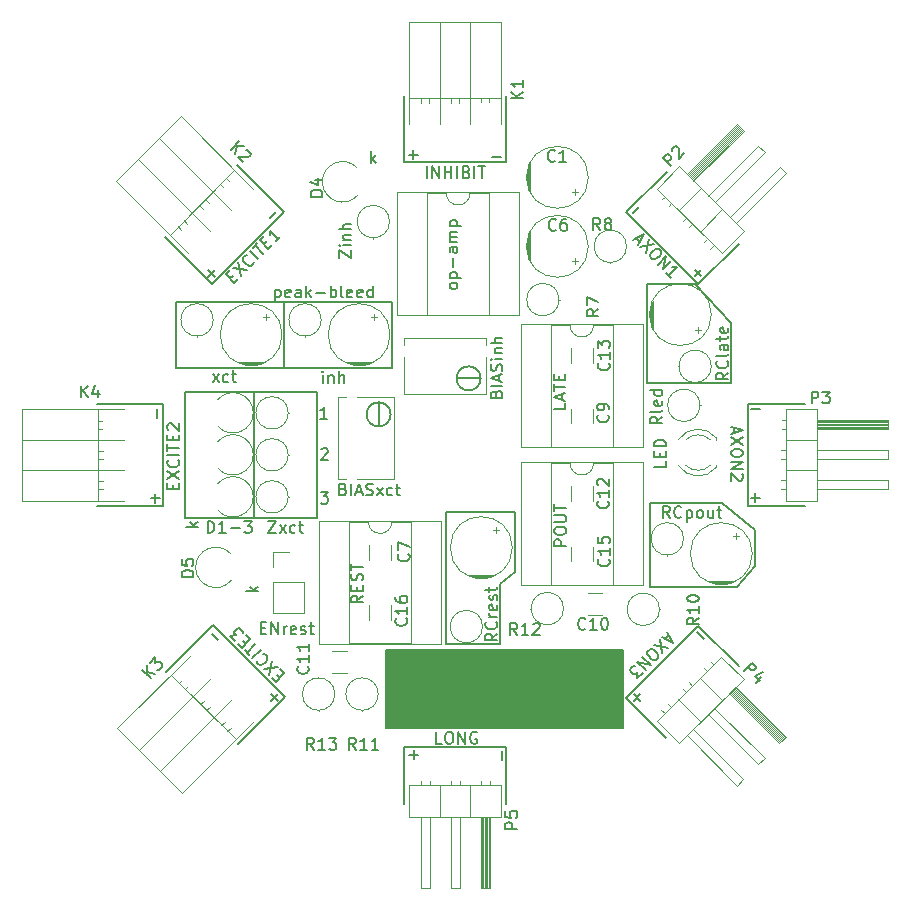
<source format=gbr>
G04 #@! TF.GenerationSoftware,KiCad,Pcbnew,5.0.2-bee76a0~70~ubuntu18.04.1*
G04 #@! TF.CreationDate,2019-07-07T19:22:12+02:00*
G04 #@! TF.ProjectId,neuromime_1.0.1,6e657572-6f6d-4696-9d65-5f312e302e31,rev?*
G04 #@! TF.SameCoordinates,Original*
G04 #@! TF.FileFunction,Legend,Top*
G04 #@! TF.FilePolarity,Positive*
%FSLAX46Y46*%
G04 Gerber Fmt 4.6, Leading zero omitted, Abs format (unit mm)*
G04 Created by KiCad (PCBNEW 5.0.2-bee76a0~70~ubuntu18.04.1) date Sun 07 Jul 2019 07:22:12 PM CEST*
%MOMM*%
%LPD*%
G01*
G04 APERTURE LIST*
%ADD10C,0.150000*%
%ADD11C,0.200000*%
%ADD12C,0.120000*%
G04 APERTURE END LIST*
D10*
X175400000Y-59398000D02*
X175400000Y-56350000D01*
X173876000Y-61176000D02*
X175400000Y-59398000D01*
X172606000Y-61176000D02*
X173876000Y-61176000D01*
X172606000Y-54064000D02*
X175400000Y-56350000D01*
X172352000Y-54064000D02*
X172606000Y-54064000D01*
X166510000Y-54064000D02*
X172352000Y-54064000D01*
X166510000Y-61176000D02*
X166510000Y-54064000D01*
X172606000Y-61176000D02*
X166510000Y-61176000D01*
X173368000Y-38824000D02*
X173368000Y-43904000D01*
X170320000Y-35522000D02*
X173368000Y-38824000D01*
X166256000Y-35522000D02*
X170320000Y-35522000D01*
X166256000Y-43904000D02*
X166256000Y-35522000D01*
X173368000Y-43904000D02*
X166256000Y-43904000D01*
D11*
X167851380Y-50515857D02*
X167851380Y-50992047D01*
X166851380Y-50992047D01*
X167327571Y-50182523D02*
X167327571Y-49849190D01*
X167851380Y-49706333D02*
X167851380Y-50182523D01*
X166851380Y-50182523D01*
X166851380Y-49706333D01*
X167851380Y-49277761D02*
X166851380Y-49277761D01*
X166851380Y-49039666D01*
X166899000Y-48896809D01*
X166994238Y-48801571D01*
X167089476Y-48753952D01*
X167279952Y-48706333D01*
X167422809Y-48706333D01*
X167613285Y-48753952D01*
X167708523Y-48801571D01*
X167803761Y-48896809D01*
X167851380Y-49039666D01*
X167851380Y-49277761D01*
X167533880Y-46769333D02*
X167057690Y-47102666D01*
X167533880Y-47340761D02*
X166533880Y-47340761D01*
X166533880Y-46959809D01*
X166581500Y-46864571D01*
X166629119Y-46816952D01*
X166724357Y-46769333D01*
X166867214Y-46769333D01*
X166962452Y-46816952D01*
X167010071Y-46864571D01*
X167057690Y-46959809D01*
X167057690Y-47340761D01*
X167533880Y-46197904D02*
X167486261Y-46293142D01*
X167391023Y-46340761D01*
X166533880Y-46340761D01*
X167486261Y-45436000D02*
X167533880Y-45531238D01*
X167533880Y-45721714D01*
X167486261Y-45816952D01*
X167391023Y-45864571D01*
X167010071Y-45864571D01*
X166914833Y-45816952D01*
X166867214Y-45721714D01*
X166867214Y-45531238D01*
X166914833Y-45436000D01*
X167010071Y-45388380D01*
X167105309Y-45388380D01*
X167200547Y-45864571D01*
X167533880Y-44531238D02*
X166533880Y-44531238D01*
X167486261Y-44531238D02*
X167533880Y-44626476D01*
X167533880Y-44816952D01*
X167486261Y-44912190D01*
X167438642Y-44959809D01*
X167343404Y-45007428D01*
X167057690Y-45007428D01*
X166962452Y-44959809D01*
X166914833Y-44912190D01*
X166867214Y-44816952D01*
X166867214Y-44626476D01*
X166914833Y-44531238D01*
X168169166Y-55341880D02*
X167835833Y-54865690D01*
X167597738Y-55341880D02*
X167597738Y-54341880D01*
X167978690Y-54341880D01*
X168073928Y-54389500D01*
X168121547Y-54437119D01*
X168169166Y-54532357D01*
X168169166Y-54675214D01*
X168121547Y-54770452D01*
X168073928Y-54818071D01*
X167978690Y-54865690D01*
X167597738Y-54865690D01*
X169169166Y-55246642D02*
X169121547Y-55294261D01*
X168978690Y-55341880D01*
X168883452Y-55341880D01*
X168740595Y-55294261D01*
X168645357Y-55199023D01*
X168597738Y-55103785D01*
X168550119Y-54913309D01*
X168550119Y-54770452D01*
X168597738Y-54579976D01*
X168645357Y-54484738D01*
X168740595Y-54389500D01*
X168883452Y-54341880D01*
X168978690Y-54341880D01*
X169121547Y-54389500D01*
X169169166Y-54437119D01*
X169597738Y-54675214D02*
X169597738Y-55675214D01*
X169597738Y-54722833D02*
X169692976Y-54675214D01*
X169883452Y-54675214D01*
X169978690Y-54722833D01*
X170026309Y-54770452D01*
X170073928Y-54865690D01*
X170073928Y-55151404D01*
X170026309Y-55246642D01*
X169978690Y-55294261D01*
X169883452Y-55341880D01*
X169692976Y-55341880D01*
X169597738Y-55294261D01*
X170645357Y-55341880D02*
X170550119Y-55294261D01*
X170502500Y-55246642D01*
X170454880Y-55151404D01*
X170454880Y-54865690D01*
X170502500Y-54770452D01*
X170550119Y-54722833D01*
X170645357Y-54675214D01*
X170788214Y-54675214D01*
X170883452Y-54722833D01*
X170931071Y-54770452D01*
X170978690Y-54865690D01*
X170978690Y-55151404D01*
X170931071Y-55246642D01*
X170883452Y-55294261D01*
X170788214Y-55341880D01*
X170645357Y-55341880D01*
X171835833Y-54675214D02*
X171835833Y-55341880D01*
X171407261Y-54675214D02*
X171407261Y-55199023D01*
X171454880Y-55294261D01*
X171550119Y-55341880D01*
X171692976Y-55341880D01*
X171788214Y-55294261D01*
X171835833Y-55246642D01*
X172169166Y-54675214D02*
X172550119Y-54675214D01*
X172312023Y-54341880D02*
X172312023Y-55199023D01*
X172359642Y-55294261D01*
X172454880Y-55341880D01*
X172550119Y-55341880D01*
X173121880Y-43046547D02*
X172645690Y-43379880D01*
X173121880Y-43617976D02*
X172121880Y-43617976D01*
X172121880Y-43237023D01*
X172169500Y-43141785D01*
X172217119Y-43094166D01*
X172312357Y-43046547D01*
X172455214Y-43046547D01*
X172550452Y-43094166D01*
X172598071Y-43141785D01*
X172645690Y-43237023D01*
X172645690Y-43617976D01*
X173026642Y-42046547D02*
X173074261Y-42094166D01*
X173121880Y-42237023D01*
X173121880Y-42332261D01*
X173074261Y-42475119D01*
X172979023Y-42570357D01*
X172883785Y-42617976D01*
X172693309Y-42665595D01*
X172550452Y-42665595D01*
X172359976Y-42617976D01*
X172264738Y-42570357D01*
X172169500Y-42475119D01*
X172121880Y-42332261D01*
X172121880Y-42237023D01*
X172169500Y-42094166D01*
X172217119Y-42046547D01*
X173121880Y-41475119D02*
X173074261Y-41570357D01*
X172979023Y-41617976D01*
X172121880Y-41617976D01*
X173121880Y-40665595D02*
X172598071Y-40665595D01*
X172502833Y-40713214D01*
X172455214Y-40808452D01*
X172455214Y-40998928D01*
X172502833Y-41094166D01*
X173074261Y-40665595D02*
X173121880Y-40760833D01*
X173121880Y-40998928D01*
X173074261Y-41094166D01*
X172979023Y-41141785D01*
X172883785Y-41141785D01*
X172788547Y-41094166D01*
X172740928Y-40998928D01*
X172740928Y-40760833D01*
X172693309Y-40665595D01*
X172455214Y-40332261D02*
X172455214Y-39951309D01*
X172121880Y-40189404D02*
X172979023Y-40189404D01*
X173074261Y-40141785D01*
X173121880Y-40046547D01*
X173121880Y-39951309D01*
X173074261Y-39237023D02*
X173121880Y-39332261D01*
X173121880Y-39522738D01*
X173074261Y-39617976D01*
X172979023Y-39665595D01*
X172598071Y-39665595D01*
X172502833Y-39617976D01*
X172455214Y-39522738D01*
X172455214Y-39332261D01*
X172502833Y-39237023D01*
X172598071Y-39189404D01*
X172693309Y-39189404D01*
X172788547Y-39665595D01*
X159342380Y-45618380D02*
X159342380Y-46094571D01*
X158342380Y-46094571D01*
X159056666Y-45332666D02*
X159056666Y-44856476D01*
X159342380Y-45427904D02*
X158342380Y-45094571D01*
X159342380Y-44761238D01*
X158342380Y-44570761D02*
X158342380Y-43999333D01*
X159342380Y-44285047D02*
X158342380Y-44285047D01*
X158818571Y-43666000D02*
X158818571Y-43332666D01*
X159342380Y-43189809D02*
X159342380Y-43666000D01*
X158342380Y-43666000D01*
X158342380Y-43189809D01*
X165317576Y-31644278D02*
X165654294Y-31980996D01*
X165048202Y-31778965D02*
X165991011Y-31307561D01*
X165519607Y-32250370D01*
X166395072Y-31711622D02*
X166159370Y-32890133D01*
X166866477Y-32183026D02*
X165687965Y-32418729D01*
X167270538Y-32587087D02*
X167405225Y-32721774D01*
X167438896Y-32822790D01*
X167438896Y-32957477D01*
X167337881Y-33125835D01*
X167102179Y-33361538D01*
X166933820Y-33462553D01*
X166799133Y-33462553D01*
X166698118Y-33428881D01*
X166563431Y-33294194D01*
X166529759Y-33193179D01*
X166529759Y-33058492D01*
X166630774Y-32890133D01*
X166866477Y-32654431D01*
X167034835Y-32553416D01*
X167169522Y-32553416D01*
X167270538Y-32587087D01*
X167169522Y-33900286D02*
X167876629Y-33193179D01*
X167573583Y-34304347D01*
X168280690Y-33597240D01*
X168280690Y-35011453D02*
X167876629Y-34607392D01*
X168078660Y-34809423D02*
X168785766Y-34102316D01*
X168617408Y-34135988D01*
X168482721Y-34135988D01*
X168381705Y-34102316D01*
X159405880Y-57722976D02*
X158405880Y-57722976D01*
X158405880Y-57342023D01*
X158453500Y-57246785D01*
X158501119Y-57199166D01*
X158596357Y-57151547D01*
X158739214Y-57151547D01*
X158834452Y-57199166D01*
X158882071Y-57246785D01*
X158929690Y-57342023D01*
X158929690Y-57722976D01*
X158405880Y-56532500D02*
X158405880Y-56342023D01*
X158453500Y-56246785D01*
X158548738Y-56151547D01*
X158739214Y-56103928D01*
X159072547Y-56103928D01*
X159263023Y-56151547D01*
X159358261Y-56246785D01*
X159405880Y-56342023D01*
X159405880Y-56532500D01*
X159358261Y-56627738D01*
X159263023Y-56722976D01*
X159072547Y-56770595D01*
X158739214Y-56770595D01*
X158548738Y-56722976D01*
X158453500Y-56627738D01*
X158405880Y-56532500D01*
X158405880Y-55675357D02*
X159215404Y-55675357D01*
X159310642Y-55627738D01*
X159358261Y-55580119D01*
X159405880Y-55484880D01*
X159405880Y-55294404D01*
X159358261Y-55199166D01*
X159310642Y-55151547D01*
X159215404Y-55103928D01*
X158405880Y-55103928D01*
X158405880Y-54770595D02*
X158405880Y-54199166D01*
X159405880Y-54484880D02*
X158405880Y-54484880D01*
D10*
X149238000Y-54826000D02*
X149238000Y-66002000D01*
X155080000Y-54826000D02*
X149238000Y-54826000D01*
X155080000Y-59906000D02*
X155080000Y-54826000D01*
X153810000Y-60922000D02*
X155080000Y-59906000D01*
X153810000Y-66002000D02*
X153810000Y-60922000D01*
X149238000Y-66002000D02*
X153810000Y-66002000D01*
D11*
X153563880Y-65144547D02*
X153087690Y-65477880D01*
X153563880Y-65715976D02*
X152563880Y-65715976D01*
X152563880Y-65335023D01*
X152611500Y-65239785D01*
X152659119Y-65192166D01*
X152754357Y-65144547D01*
X152897214Y-65144547D01*
X152992452Y-65192166D01*
X153040071Y-65239785D01*
X153087690Y-65335023D01*
X153087690Y-65715976D01*
X153468642Y-64144547D02*
X153516261Y-64192166D01*
X153563880Y-64335023D01*
X153563880Y-64430261D01*
X153516261Y-64573119D01*
X153421023Y-64668357D01*
X153325785Y-64715976D01*
X153135309Y-64763595D01*
X152992452Y-64763595D01*
X152801976Y-64715976D01*
X152706738Y-64668357D01*
X152611500Y-64573119D01*
X152563880Y-64430261D01*
X152563880Y-64335023D01*
X152611500Y-64192166D01*
X152659119Y-64144547D01*
X153563880Y-63715976D02*
X152897214Y-63715976D01*
X153087690Y-63715976D02*
X152992452Y-63668357D01*
X152944833Y-63620738D01*
X152897214Y-63525500D01*
X152897214Y-63430261D01*
X153516261Y-62715976D02*
X153563880Y-62811214D01*
X153563880Y-63001690D01*
X153516261Y-63096928D01*
X153421023Y-63144547D01*
X153040071Y-63144547D01*
X152944833Y-63096928D01*
X152897214Y-63001690D01*
X152897214Y-62811214D01*
X152944833Y-62715976D01*
X153040071Y-62668357D01*
X153135309Y-62668357D01*
X153230547Y-63144547D01*
X153516261Y-62287404D02*
X153563880Y-62192166D01*
X153563880Y-62001690D01*
X153516261Y-61906452D01*
X153421023Y-61858833D01*
X153373404Y-61858833D01*
X153278166Y-61906452D01*
X153230547Y-62001690D01*
X153230547Y-62144547D01*
X153182928Y-62239785D01*
X153087690Y-62287404D01*
X153040071Y-62287404D01*
X152944833Y-62239785D01*
X152897214Y-62144547D01*
X152897214Y-62001690D01*
X152944833Y-61906452D01*
X152897214Y-61573119D02*
X152897214Y-61192166D01*
X152563880Y-61430261D02*
X153421023Y-61430261D01*
X153516261Y-61382642D01*
X153563880Y-61287404D01*
X153563880Y-61192166D01*
X148888904Y-74455380D02*
X148412714Y-74455380D01*
X148412714Y-73455380D01*
X149412714Y-73455380D02*
X149603190Y-73455380D01*
X149698428Y-73503000D01*
X149793666Y-73598238D01*
X149841285Y-73788714D01*
X149841285Y-74122047D01*
X149793666Y-74312523D01*
X149698428Y-74407761D01*
X149603190Y-74455380D01*
X149412714Y-74455380D01*
X149317476Y-74407761D01*
X149222238Y-74312523D01*
X149174619Y-74122047D01*
X149174619Y-73788714D01*
X149222238Y-73598238D01*
X149317476Y-73503000D01*
X149412714Y-73455380D01*
X150269857Y-74455380D02*
X150269857Y-73455380D01*
X150841285Y-74455380D01*
X150841285Y-73455380D01*
X151841285Y-73503000D02*
X151746047Y-73455380D01*
X151603190Y-73455380D01*
X151460333Y-73503000D01*
X151365095Y-73598238D01*
X151317476Y-73693476D01*
X151269857Y-73883952D01*
X151269857Y-74026809D01*
X151317476Y-74217285D01*
X151365095Y-74312523D01*
X151460333Y-74407761D01*
X151603190Y-74455380D01*
X151698428Y-74455380D01*
X151841285Y-74407761D01*
X151888904Y-74360142D01*
X151888904Y-74026809D01*
X151698428Y-74026809D01*
X173645833Y-47698404D02*
X173645833Y-48174595D01*
X173360119Y-47603166D02*
X174360119Y-47936500D01*
X173360119Y-48269833D01*
X174360119Y-48507928D02*
X173360119Y-49174595D01*
X174360119Y-49174595D02*
X173360119Y-48507928D01*
X174360119Y-49746023D02*
X174360119Y-49936500D01*
X174312500Y-50031738D01*
X174217261Y-50126976D01*
X174026785Y-50174595D01*
X173693452Y-50174595D01*
X173502976Y-50126976D01*
X173407738Y-50031738D01*
X173360119Y-49936500D01*
X173360119Y-49746023D01*
X173407738Y-49650785D01*
X173502976Y-49555547D01*
X173693452Y-49507928D01*
X174026785Y-49507928D01*
X174217261Y-49555547D01*
X174312500Y-49650785D01*
X174360119Y-49746023D01*
X173360119Y-50603166D02*
X174360119Y-50603166D01*
X173360119Y-51174595D01*
X174360119Y-51174595D01*
X174264880Y-51603166D02*
X174312500Y-51650785D01*
X174360119Y-51746023D01*
X174360119Y-51984119D01*
X174312500Y-52079357D01*
X174264880Y-52126976D01*
X174169642Y-52174595D01*
X174074404Y-52174595D01*
X173931547Y-52126976D01*
X173360119Y-51555547D01*
X173360119Y-52174595D01*
X168101721Y-65254076D02*
X167765003Y-65590794D01*
X167967034Y-64984702D02*
X168438438Y-65927511D01*
X167495629Y-65456107D01*
X168034377Y-66331572D02*
X166855866Y-66095870D01*
X167562973Y-66802977D02*
X167327270Y-65624465D01*
X167158912Y-67207038D02*
X167024225Y-67341725D01*
X166923209Y-67375396D01*
X166788522Y-67375396D01*
X166620164Y-67274381D01*
X166384461Y-67038679D01*
X166283446Y-66870320D01*
X166283446Y-66735633D01*
X166317118Y-66634618D01*
X166451805Y-66499931D01*
X166552820Y-66466259D01*
X166687507Y-66466259D01*
X166855866Y-66567274D01*
X167091568Y-66802977D01*
X167192583Y-66971335D01*
X167192583Y-67106022D01*
X167158912Y-67207038D01*
X165845713Y-67106022D02*
X166552820Y-67813129D01*
X165441652Y-67510083D01*
X166148759Y-68217190D01*
X165879385Y-68486564D02*
X165441652Y-68924297D01*
X165407981Y-68419221D01*
X165306965Y-68520236D01*
X165205950Y-68553908D01*
X165138607Y-68553908D01*
X165037591Y-68520236D01*
X164869233Y-68351877D01*
X164835561Y-68250862D01*
X164835561Y-68183518D01*
X164869233Y-68082503D01*
X165071263Y-67880473D01*
X165172278Y-67846801D01*
X165239622Y-67846801D01*
X135185118Y-68877633D02*
X134949415Y-68641931D01*
X135218789Y-68170526D02*
X135555507Y-68507244D01*
X134848400Y-69214350D01*
X134511683Y-68877633D01*
X134275980Y-68641931D02*
X134511683Y-67463419D01*
X133804576Y-68170526D02*
X134983087Y-67934824D01*
X133770904Y-66857328D02*
X133838248Y-66857328D01*
X133972935Y-66924671D01*
X134040278Y-66992015D01*
X134107622Y-67126702D01*
X134107622Y-67261389D01*
X134073950Y-67362404D01*
X133972935Y-67530763D01*
X133871919Y-67631778D01*
X133703561Y-67732793D01*
X133602545Y-67766465D01*
X133467858Y-67766465D01*
X133333171Y-67699122D01*
X133265828Y-67631778D01*
X133198484Y-67497091D01*
X133198484Y-67429748D01*
X133535202Y-66486938D02*
X132828095Y-67194045D01*
X132592393Y-66958343D02*
X132188332Y-66554282D01*
X133097469Y-66049206D02*
X132390362Y-66756312D01*
X132289347Y-65981862D02*
X132053645Y-65746160D01*
X132323019Y-65274755D02*
X132659736Y-65611473D01*
X131952629Y-66318580D01*
X131615912Y-65981862D01*
X131380210Y-65746160D02*
X130942477Y-65308427D01*
X131447553Y-65274755D01*
X131346538Y-65173740D01*
X131312866Y-65072725D01*
X131312866Y-65005381D01*
X131346538Y-64904366D01*
X131514897Y-64736007D01*
X131615912Y-64702336D01*
X131683255Y-64702336D01*
X131784271Y-64736007D01*
X131986301Y-64938038D01*
X132019973Y-65039053D01*
X132019973Y-65106397D01*
X142197380Y-61922000D02*
X141721190Y-62255333D01*
X142197380Y-62493428D02*
X141197380Y-62493428D01*
X141197380Y-62112476D01*
X141245000Y-62017238D01*
X141292619Y-61969619D01*
X141387857Y-61922000D01*
X141530714Y-61922000D01*
X141625952Y-61969619D01*
X141673571Y-62017238D01*
X141721190Y-62112476D01*
X141721190Y-62493428D01*
X141673571Y-61493428D02*
X141673571Y-61160095D01*
X142197380Y-61017238D02*
X142197380Y-61493428D01*
X141197380Y-61493428D01*
X141197380Y-61017238D01*
X142149761Y-60636285D02*
X142197380Y-60493428D01*
X142197380Y-60255333D01*
X142149761Y-60160095D01*
X142102142Y-60112476D01*
X142006904Y-60064857D01*
X141911666Y-60064857D01*
X141816428Y-60112476D01*
X141768809Y-60160095D01*
X141721190Y-60255333D01*
X141673571Y-60445809D01*
X141625952Y-60541047D01*
X141578333Y-60588666D01*
X141483095Y-60636285D01*
X141387857Y-60636285D01*
X141292619Y-60588666D01*
X141245000Y-60541047D01*
X141197380Y-60445809D01*
X141197380Y-60207714D01*
X141245000Y-60064857D01*
X141197380Y-59779142D02*
X141197380Y-59207714D01*
X142197380Y-59493428D02*
X141197380Y-59493428D01*
X133545833Y-64660571D02*
X133879166Y-64660571D01*
X134022023Y-65184380D02*
X133545833Y-65184380D01*
X133545833Y-64184380D01*
X134022023Y-64184380D01*
X134450595Y-65184380D02*
X134450595Y-64184380D01*
X135022023Y-65184380D01*
X135022023Y-64184380D01*
X135498214Y-65184380D02*
X135498214Y-64517714D01*
X135498214Y-64708190D02*
X135545833Y-64612952D01*
X135593452Y-64565333D01*
X135688690Y-64517714D01*
X135783928Y-64517714D01*
X136498214Y-65136761D02*
X136402976Y-65184380D01*
X136212500Y-65184380D01*
X136117261Y-65136761D01*
X136069642Y-65041523D01*
X136069642Y-64660571D01*
X136117261Y-64565333D01*
X136212500Y-64517714D01*
X136402976Y-64517714D01*
X136498214Y-64565333D01*
X136545833Y-64660571D01*
X136545833Y-64755809D01*
X136069642Y-64851047D01*
X136926785Y-65136761D02*
X137022023Y-65184380D01*
X137212500Y-65184380D01*
X137307738Y-65136761D01*
X137355357Y-65041523D01*
X137355357Y-64993904D01*
X137307738Y-64898666D01*
X137212500Y-64851047D01*
X137069642Y-64851047D01*
X136974404Y-64803428D01*
X136926785Y-64708190D01*
X136926785Y-64660571D01*
X136974404Y-64565333D01*
X137069642Y-64517714D01*
X137212500Y-64517714D01*
X137307738Y-64565333D01*
X137641071Y-64517714D02*
X138022023Y-64517714D01*
X137783928Y-64184380D02*
X137783928Y-65041523D01*
X137831547Y-65136761D01*
X137926785Y-65184380D01*
X138022023Y-65184380D01*
X140181380Y-33315190D02*
X140181380Y-32648523D01*
X141181380Y-33315190D01*
X141181380Y-32648523D01*
X141181380Y-32267571D02*
X140514714Y-32267571D01*
X140181380Y-32267571D02*
X140229000Y-32315190D01*
X140276619Y-32267571D01*
X140229000Y-32219952D01*
X140181380Y-32267571D01*
X140276619Y-32267571D01*
X140514714Y-31791380D02*
X141181380Y-31791380D01*
X140609952Y-31791380D02*
X140562333Y-31743761D01*
X140514714Y-31648523D01*
X140514714Y-31505666D01*
X140562333Y-31410428D01*
X140657571Y-31362809D01*
X141181380Y-31362809D01*
X141181380Y-30886619D02*
X140181380Y-30886619D01*
X141181380Y-30458047D02*
X140657571Y-30458047D01*
X140562333Y-30505666D01*
X140514714Y-30600904D01*
X140514714Y-30743761D01*
X140562333Y-30839000D01*
X140609952Y-30886619D01*
X130931866Y-35058118D02*
X131167568Y-34822415D01*
X131638973Y-35091789D02*
X131302255Y-35428507D01*
X130595149Y-34721400D01*
X130931866Y-34384683D01*
X131167568Y-34148980D02*
X132346080Y-34384683D01*
X131638973Y-33677576D02*
X131874675Y-34856087D01*
X132952171Y-33643904D02*
X132952171Y-33711248D01*
X132884828Y-33845935D01*
X132817484Y-33913278D01*
X132682797Y-33980622D01*
X132548110Y-33980622D01*
X132447095Y-33946950D01*
X132278736Y-33845935D01*
X132177721Y-33744919D01*
X132076706Y-33576561D01*
X132043034Y-33475545D01*
X132043034Y-33340858D01*
X132110377Y-33206171D01*
X132177721Y-33138828D01*
X132312408Y-33071484D01*
X132379751Y-33071484D01*
X133322561Y-33408202D02*
X132615454Y-32701095D01*
X132851156Y-32465393D02*
X133255217Y-32061332D01*
X133760293Y-32970469D02*
X133053187Y-32263362D01*
X133827637Y-32162347D02*
X134063339Y-31926645D01*
X134534744Y-32196019D02*
X134198026Y-32532736D01*
X133490919Y-31825629D01*
X133827637Y-31488912D01*
X135208179Y-31522584D02*
X134804118Y-31926645D01*
X135006148Y-31724614D02*
X134299041Y-31017507D01*
X134332713Y-31185866D01*
X134332713Y-31320553D01*
X134299041Y-31421568D01*
X150198380Y-35759785D02*
X150150761Y-35855023D01*
X150103142Y-35902642D01*
X150007904Y-35950261D01*
X149722190Y-35950261D01*
X149626952Y-35902642D01*
X149579333Y-35855023D01*
X149531714Y-35759785D01*
X149531714Y-35616928D01*
X149579333Y-35521690D01*
X149626952Y-35474071D01*
X149722190Y-35426452D01*
X150007904Y-35426452D01*
X150103142Y-35474071D01*
X150150761Y-35521690D01*
X150198380Y-35616928D01*
X150198380Y-35759785D01*
X149531714Y-34997880D02*
X150531714Y-34997880D01*
X149579333Y-34997880D02*
X149531714Y-34902642D01*
X149531714Y-34712166D01*
X149579333Y-34616928D01*
X149626952Y-34569309D01*
X149722190Y-34521690D01*
X150007904Y-34521690D01*
X150103142Y-34569309D01*
X150150761Y-34616928D01*
X150198380Y-34712166D01*
X150198380Y-34902642D01*
X150150761Y-34997880D01*
X149817428Y-34093119D02*
X149817428Y-33331214D01*
X150198380Y-32426452D02*
X149674571Y-32426452D01*
X149579333Y-32474071D01*
X149531714Y-32569309D01*
X149531714Y-32759785D01*
X149579333Y-32855023D01*
X150150761Y-32426452D02*
X150198380Y-32521690D01*
X150198380Y-32759785D01*
X150150761Y-32855023D01*
X150055523Y-32902642D01*
X149960285Y-32902642D01*
X149865047Y-32855023D01*
X149817428Y-32759785D01*
X149817428Y-32521690D01*
X149769809Y-32426452D01*
X150198380Y-31950261D02*
X149531714Y-31950261D01*
X149626952Y-31950261D02*
X149579333Y-31902642D01*
X149531714Y-31807404D01*
X149531714Y-31664547D01*
X149579333Y-31569309D01*
X149674571Y-31521690D01*
X150198380Y-31521690D01*
X149674571Y-31521690D02*
X149579333Y-31474071D01*
X149531714Y-31378833D01*
X149531714Y-31235976D01*
X149579333Y-31140738D01*
X149674571Y-31093119D01*
X150198380Y-31093119D01*
X149531714Y-30616928D02*
X150531714Y-30616928D01*
X149579333Y-30616928D02*
X149531714Y-30521690D01*
X149531714Y-30331214D01*
X149579333Y-30235976D01*
X149626952Y-30188357D01*
X149722190Y-30140738D01*
X150007904Y-30140738D01*
X150103142Y-30188357D01*
X150150761Y-30235976D01*
X150198380Y-30331214D01*
X150198380Y-30521690D01*
X150150761Y-30616928D01*
D10*
X138062000Y-55334000D02*
X138316000Y-55334000D01*
X138062000Y-44666000D02*
X138316000Y-44666000D01*
X132982000Y-44666000D02*
X132982000Y-55334000D01*
D11*
X128227380Y-56072166D02*
X127227380Y-56072166D01*
X127846428Y-55976928D02*
X128227380Y-55691214D01*
X127560714Y-55691214D02*
X127941666Y-56072166D01*
X147595238Y-26576380D02*
X147595238Y-25576380D01*
X148071428Y-26576380D02*
X148071428Y-25576380D01*
X148642857Y-26576380D01*
X148642857Y-25576380D01*
X149119047Y-26576380D02*
X149119047Y-25576380D01*
X149119047Y-26052571D02*
X149690476Y-26052571D01*
X149690476Y-26576380D02*
X149690476Y-25576380D01*
X150166666Y-26576380D02*
X150166666Y-25576380D01*
X150976190Y-26052571D02*
X151119047Y-26100190D01*
X151166666Y-26147809D01*
X151214285Y-26243047D01*
X151214285Y-26385904D01*
X151166666Y-26481142D01*
X151119047Y-26528761D01*
X151023809Y-26576380D01*
X150642857Y-26576380D01*
X150642857Y-25576380D01*
X150976190Y-25576380D01*
X151071428Y-25624000D01*
X151119047Y-25671619D01*
X151166666Y-25766857D01*
X151166666Y-25862095D01*
X151119047Y-25957333D01*
X151071428Y-26004952D01*
X150976190Y-26052571D01*
X150642857Y-26052571D01*
X151642857Y-26576380D02*
X151642857Y-25576380D01*
X151976190Y-25576380D02*
X152547619Y-25576380D01*
X152261904Y-26576380D02*
X152261904Y-25576380D01*
X134196619Y-55611880D02*
X134863285Y-55611880D01*
X134196619Y-56611880D01*
X134863285Y-56611880D01*
X135149000Y-56611880D02*
X135672809Y-55945214D01*
X135149000Y-55945214D02*
X135672809Y-56611880D01*
X136482333Y-56564261D02*
X136387095Y-56611880D01*
X136196619Y-56611880D01*
X136101380Y-56564261D01*
X136053761Y-56516642D01*
X136006142Y-56421404D01*
X136006142Y-56135690D01*
X136053761Y-56040452D01*
X136101380Y-55992833D01*
X136196619Y-55945214D01*
X136387095Y-55945214D01*
X136482333Y-55992833D01*
X136768047Y-55945214D02*
X137149000Y-55945214D01*
X136910904Y-55611880D02*
X136910904Y-56469023D01*
X136958523Y-56564261D01*
X137053761Y-56611880D01*
X137149000Y-56611880D01*
X129053166Y-56611880D02*
X129053166Y-55611880D01*
X129291261Y-55611880D01*
X129434119Y-55659500D01*
X129529357Y-55754738D01*
X129576976Y-55849976D01*
X129624595Y-56040452D01*
X129624595Y-56183309D01*
X129576976Y-56373785D01*
X129529357Y-56469023D01*
X129434119Y-56564261D01*
X129291261Y-56611880D01*
X129053166Y-56611880D01*
X130576976Y-56611880D02*
X130005547Y-56611880D01*
X130291261Y-56611880D02*
X130291261Y-55611880D01*
X130196023Y-55754738D01*
X130100785Y-55849976D01*
X130005547Y-55897595D01*
X131005547Y-56230928D02*
X131767452Y-56230928D01*
X132148404Y-55611880D02*
X132767452Y-55611880D01*
X132434119Y-55992833D01*
X132576976Y-55992833D01*
X132672214Y-56040452D01*
X132719833Y-56088071D01*
X132767452Y-56183309D01*
X132767452Y-56421404D01*
X132719833Y-56516642D01*
X132672214Y-56564261D01*
X132576976Y-56611880D01*
X132291261Y-56611880D01*
X132196023Y-56564261D01*
X132148404Y-56516642D01*
D10*
X127140000Y-44666000D02*
X138062000Y-44666000D01*
X127140000Y-55334000D02*
X127140000Y-44666000D01*
X138062000Y-55334000D02*
X127140000Y-55334000D01*
X138316000Y-44666000D02*
X138316000Y-55334000D01*
D11*
X138617666Y-53135380D02*
X139236714Y-53135380D01*
X138903380Y-53516333D01*
X139046238Y-53516333D01*
X139141476Y-53563952D01*
X139189095Y-53611571D01*
X139236714Y-53706809D01*
X139236714Y-53944904D01*
X139189095Y-54040142D01*
X139141476Y-54087761D01*
X139046238Y-54135380D01*
X138760523Y-54135380D01*
X138665285Y-54087761D01*
X138617666Y-54040142D01*
X138665285Y-49547619D02*
X138712904Y-49500000D01*
X138808142Y-49452380D01*
X139046238Y-49452380D01*
X139141476Y-49500000D01*
X139189095Y-49547619D01*
X139236714Y-49642857D01*
X139236714Y-49738095D01*
X139189095Y-49880952D01*
X138617666Y-50452380D01*
X139236714Y-50452380D01*
X139173214Y-46959880D02*
X138601785Y-46959880D01*
X138887500Y-46959880D02*
X138887500Y-45959880D01*
X138792261Y-46102738D01*
X138697023Y-46197976D01*
X138601785Y-46245595D01*
X126116071Y-52865095D02*
X126116071Y-52531761D01*
X126639880Y-52388904D02*
X126639880Y-52865095D01*
X125639880Y-52865095D01*
X125639880Y-52388904D01*
X125639880Y-52055571D02*
X126639880Y-51388904D01*
X125639880Y-51388904D02*
X126639880Y-52055571D01*
X126544642Y-50436523D02*
X126592261Y-50484142D01*
X126639880Y-50627000D01*
X126639880Y-50722238D01*
X126592261Y-50865095D01*
X126497023Y-50960333D01*
X126401785Y-51007952D01*
X126211309Y-51055571D01*
X126068452Y-51055571D01*
X125877976Y-51007952D01*
X125782738Y-50960333D01*
X125687500Y-50865095D01*
X125639880Y-50722238D01*
X125639880Y-50627000D01*
X125687500Y-50484142D01*
X125735119Y-50436523D01*
X126639880Y-50007952D02*
X125639880Y-50007952D01*
X125639880Y-49674619D02*
X125639880Y-49103190D01*
X126639880Y-49388904D02*
X125639880Y-49388904D01*
X126116071Y-48769857D02*
X126116071Y-48436523D01*
X126639880Y-48293666D02*
X126639880Y-48769857D01*
X125639880Y-48769857D01*
X125639880Y-48293666D01*
X125735119Y-47912714D02*
X125687500Y-47865095D01*
X125639880Y-47769857D01*
X125639880Y-47531761D01*
X125687500Y-47436523D01*
X125735119Y-47388904D01*
X125830357Y-47341285D01*
X125925595Y-47341285D01*
X126068452Y-47388904D01*
X126639880Y-47960333D01*
X126639880Y-47341285D01*
X140507023Y-52913071D02*
X140649880Y-52960690D01*
X140697500Y-53008309D01*
X140745119Y-53103547D01*
X140745119Y-53246404D01*
X140697500Y-53341642D01*
X140649880Y-53389261D01*
X140554642Y-53436880D01*
X140173690Y-53436880D01*
X140173690Y-52436880D01*
X140507023Y-52436880D01*
X140602261Y-52484500D01*
X140649880Y-52532119D01*
X140697500Y-52627357D01*
X140697500Y-52722595D01*
X140649880Y-52817833D01*
X140602261Y-52865452D01*
X140507023Y-52913071D01*
X140173690Y-52913071D01*
X141173690Y-53436880D02*
X141173690Y-52436880D01*
X141602261Y-53151166D02*
X142078452Y-53151166D01*
X141507023Y-53436880D02*
X141840357Y-52436880D01*
X142173690Y-53436880D01*
X142459404Y-53389261D02*
X142602261Y-53436880D01*
X142840357Y-53436880D01*
X142935595Y-53389261D01*
X142983214Y-53341642D01*
X143030833Y-53246404D01*
X143030833Y-53151166D01*
X142983214Y-53055928D01*
X142935595Y-53008309D01*
X142840357Y-52960690D01*
X142649880Y-52913071D01*
X142554642Y-52865452D01*
X142507023Y-52817833D01*
X142459404Y-52722595D01*
X142459404Y-52627357D01*
X142507023Y-52532119D01*
X142554642Y-52484500D01*
X142649880Y-52436880D01*
X142887976Y-52436880D01*
X143030833Y-52484500D01*
X143364166Y-53436880D02*
X143887976Y-52770214D01*
X143364166Y-52770214D02*
X143887976Y-53436880D01*
X144697500Y-53389261D02*
X144602261Y-53436880D01*
X144411785Y-53436880D01*
X144316547Y-53389261D01*
X144268928Y-53341642D01*
X144221309Y-53246404D01*
X144221309Y-52960690D01*
X144268928Y-52865452D01*
X144316547Y-52817833D01*
X144411785Y-52770214D01*
X144602261Y-52770214D01*
X144697500Y-52817833D01*
X144983214Y-52770214D02*
X145364166Y-52770214D01*
X145126071Y-52436880D02*
X145126071Y-53294023D01*
X145173690Y-53389261D01*
X145268928Y-53436880D01*
X145364166Y-53436880D01*
X153484571Y-44848285D02*
X153532190Y-44705428D01*
X153579809Y-44657809D01*
X153675047Y-44610190D01*
X153817904Y-44610190D01*
X153913142Y-44657809D01*
X153960761Y-44705428D01*
X154008380Y-44800666D01*
X154008380Y-45181619D01*
X153008380Y-45181619D01*
X153008380Y-44848285D01*
X153056000Y-44753047D01*
X153103619Y-44705428D01*
X153198857Y-44657809D01*
X153294095Y-44657809D01*
X153389333Y-44705428D01*
X153436952Y-44753047D01*
X153484571Y-44848285D01*
X153484571Y-45181619D01*
X154008380Y-44181619D02*
X153008380Y-44181619D01*
X153722666Y-43753047D02*
X153722666Y-43276857D01*
X154008380Y-43848285D02*
X153008380Y-43514952D01*
X154008380Y-43181619D01*
X153960761Y-42895904D02*
X154008380Y-42753047D01*
X154008380Y-42514952D01*
X153960761Y-42419714D01*
X153913142Y-42372095D01*
X153817904Y-42324476D01*
X153722666Y-42324476D01*
X153627428Y-42372095D01*
X153579809Y-42419714D01*
X153532190Y-42514952D01*
X153484571Y-42705428D01*
X153436952Y-42800666D01*
X153389333Y-42848285D01*
X153294095Y-42895904D01*
X153198857Y-42895904D01*
X153103619Y-42848285D01*
X153056000Y-42800666D01*
X153008380Y-42705428D01*
X153008380Y-42467333D01*
X153056000Y-42324476D01*
X154008380Y-41895904D02*
X153341714Y-41895904D01*
X153008380Y-41895904D02*
X153056000Y-41943523D01*
X153103619Y-41895904D01*
X153056000Y-41848285D01*
X153008380Y-41895904D01*
X153103619Y-41895904D01*
X153341714Y-41419714D02*
X154008380Y-41419714D01*
X153436952Y-41419714D02*
X153389333Y-41372095D01*
X153341714Y-41276857D01*
X153341714Y-41134000D01*
X153389333Y-41038761D01*
X153484571Y-40991142D01*
X154008380Y-40991142D01*
X154008380Y-40514952D02*
X153008380Y-40514952D01*
X154008380Y-40086380D02*
X153484571Y-40086380D01*
X153389333Y-40134000D01*
X153341714Y-40229238D01*
X153341714Y-40372095D01*
X153389333Y-40467333D01*
X153436952Y-40514952D01*
X138808238Y-43911880D02*
X138808238Y-43245214D01*
X138808238Y-42911880D02*
X138760619Y-42959500D01*
X138808238Y-43007119D01*
X138855857Y-42959500D01*
X138808238Y-42911880D01*
X138808238Y-43007119D01*
X139284428Y-43245214D02*
X139284428Y-43911880D01*
X139284428Y-43340452D02*
X139332047Y-43292833D01*
X139427285Y-43245214D01*
X139570142Y-43245214D01*
X139665380Y-43292833D01*
X139713000Y-43388071D01*
X139713000Y-43911880D01*
X140189190Y-43911880D02*
X140189190Y-42911880D01*
X140617761Y-43911880D02*
X140617761Y-43388071D01*
X140570142Y-43292833D01*
X140474904Y-43245214D01*
X140332047Y-43245214D01*
X140236809Y-43292833D01*
X140189190Y-43340452D01*
X129465809Y-43848380D02*
X129989619Y-43181714D01*
X129465809Y-43181714D02*
X129989619Y-43848380D01*
X130799142Y-43800761D02*
X130703904Y-43848380D01*
X130513428Y-43848380D01*
X130418190Y-43800761D01*
X130370571Y-43753142D01*
X130322952Y-43657904D01*
X130322952Y-43372190D01*
X130370571Y-43276952D01*
X130418190Y-43229333D01*
X130513428Y-43181714D01*
X130703904Y-43181714D01*
X130799142Y-43229333D01*
X131084857Y-43181714D02*
X131465809Y-43181714D01*
X131227714Y-42848380D02*
X131227714Y-43705523D01*
X131275333Y-43800761D01*
X131370571Y-43848380D01*
X131465809Y-43848380D01*
X134744642Y-36006214D02*
X134744642Y-37006214D01*
X134744642Y-36053833D02*
X134839880Y-36006214D01*
X135030357Y-36006214D01*
X135125595Y-36053833D01*
X135173214Y-36101452D01*
X135220833Y-36196690D01*
X135220833Y-36482404D01*
X135173214Y-36577642D01*
X135125595Y-36625261D01*
X135030357Y-36672880D01*
X134839880Y-36672880D01*
X134744642Y-36625261D01*
X136030357Y-36625261D02*
X135935119Y-36672880D01*
X135744642Y-36672880D01*
X135649404Y-36625261D01*
X135601785Y-36530023D01*
X135601785Y-36149071D01*
X135649404Y-36053833D01*
X135744642Y-36006214D01*
X135935119Y-36006214D01*
X136030357Y-36053833D01*
X136077976Y-36149071D01*
X136077976Y-36244309D01*
X135601785Y-36339547D01*
X136935119Y-36672880D02*
X136935119Y-36149071D01*
X136887500Y-36053833D01*
X136792261Y-36006214D01*
X136601785Y-36006214D01*
X136506547Y-36053833D01*
X136935119Y-36625261D02*
X136839880Y-36672880D01*
X136601785Y-36672880D01*
X136506547Y-36625261D01*
X136458928Y-36530023D01*
X136458928Y-36434785D01*
X136506547Y-36339547D01*
X136601785Y-36291928D01*
X136839880Y-36291928D01*
X136935119Y-36244309D01*
X137411309Y-36672880D02*
X137411309Y-35672880D01*
X137506547Y-36291928D02*
X137792261Y-36672880D01*
X137792261Y-36006214D02*
X137411309Y-36387166D01*
X138220833Y-36291928D02*
X138982738Y-36291928D01*
X139458928Y-36672880D02*
X139458928Y-35672880D01*
X139458928Y-36053833D02*
X139554166Y-36006214D01*
X139744642Y-36006214D01*
X139839880Y-36053833D01*
X139887500Y-36101452D01*
X139935119Y-36196690D01*
X139935119Y-36482404D01*
X139887500Y-36577642D01*
X139839880Y-36625261D01*
X139744642Y-36672880D01*
X139554166Y-36672880D01*
X139458928Y-36625261D01*
X140506547Y-36672880D02*
X140411309Y-36625261D01*
X140363690Y-36530023D01*
X140363690Y-35672880D01*
X141268452Y-36625261D02*
X141173214Y-36672880D01*
X140982738Y-36672880D01*
X140887500Y-36625261D01*
X140839880Y-36530023D01*
X140839880Y-36149071D01*
X140887500Y-36053833D01*
X140982738Y-36006214D01*
X141173214Y-36006214D01*
X141268452Y-36053833D01*
X141316071Y-36149071D01*
X141316071Y-36244309D01*
X140839880Y-36339547D01*
X142125595Y-36625261D02*
X142030357Y-36672880D01*
X141839880Y-36672880D01*
X141744642Y-36625261D01*
X141697023Y-36530023D01*
X141697023Y-36149071D01*
X141744642Y-36053833D01*
X141839880Y-36006214D01*
X142030357Y-36006214D01*
X142125595Y-36053833D01*
X142173214Y-36149071D01*
X142173214Y-36244309D01*
X141697023Y-36339547D01*
X143030357Y-36672880D02*
X143030357Y-35672880D01*
X143030357Y-36625261D02*
X142935119Y-36672880D01*
X142744642Y-36672880D01*
X142649404Y-36625261D01*
X142601785Y-36577642D01*
X142554166Y-36482404D01*
X142554166Y-36196690D01*
X142601785Y-36101452D01*
X142649404Y-36053833D01*
X142744642Y-36006214D01*
X142935119Y-36006214D01*
X143030357Y-36053833D01*
D10*
X135522000Y-37046000D02*
X135522000Y-42634000D01*
X126378000Y-37046000D02*
X126378000Y-42634000D01*
X144666000Y-37046000D02*
X126378000Y-37046000D01*
X144666000Y-42634000D02*
X144666000Y-37046000D01*
X144412000Y-42634000D02*
X144666000Y-42634000D01*
X126378000Y-42634000D02*
X144412000Y-42634000D01*
G36*
X144158000Y-66510000D02*
X144158000Y-73114000D01*
X164224000Y-73114000D01*
X164224000Y-66510000D01*
X144158000Y-66510000D01*
G37*
X144158000Y-66510000D02*
X144158000Y-73114000D01*
X164224000Y-73114000D01*
X164224000Y-66510000D01*
X144158000Y-66510000D01*
D12*
G04 #@! TO.C,C8*
X170574000Y-39649500D02*
X170574000Y-39149500D01*
X170820000Y-39395500D02*
X170320000Y-39395500D01*
X166469000Y-38409500D02*
X166469000Y-37841500D01*
X166509000Y-38643500D02*
X166509000Y-37607500D01*
X166549000Y-38802500D02*
X166549000Y-37448500D01*
X166589000Y-38930500D02*
X166589000Y-37320500D01*
X166629000Y-39040500D02*
X166629000Y-37210500D01*
X166669000Y-39136500D02*
X166669000Y-37114500D01*
X166709000Y-39223500D02*
X166709000Y-37027500D01*
X166749000Y-39303500D02*
X166749000Y-36947500D01*
X171690000Y-38125500D02*
G75*
G03X171690000Y-38125500I-2620000J0D01*
G01*
G04 #@! TO.C,C1*
X160160000Y-28029000D02*
X160160000Y-27529000D01*
X160406000Y-27775000D02*
X159906000Y-27775000D01*
X156055000Y-26789000D02*
X156055000Y-26221000D01*
X156095000Y-27023000D02*
X156095000Y-25987000D01*
X156135000Y-27182000D02*
X156135000Y-25828000D01*
X156175000Y-27310000D02*
X156175000Y-25700000D01*
X156215000Y-27420000D02*
X156215000Y-25590000D01*
X156255000Y-27516000D02*
X156255000Y-25494000D01*
X156295000Y-27603000D02*
X156295000Y-25407000D01*
X156335000Y-27683000D02*
X156335000Y-25327000D01*
X161276000Y-26505000D02*
G75*
G03X161276000Y-26505000I-2620000J0D01*
G01*
G04 #@! TO.C,C4*
X143396000Y-38316000D02*
X142896000Y-38316000D01*
X143142000Y-38070000D02*
X143142000Y-38570000D01*
X142156000Y-42421000D02*
X141588000Y-42421000D01*
X142390000Y-42381000D02*
X141354000Y-42381000D01*
X142549000Y-42341000D02*
X141195000Y-42341000D01*
X142677000Y-42301000D02*
X141067000Y-42301000D01*
X142787000Y-42261000D02*
X140957000Y-42261000D01*
X142883000Y-42221000D02*
X140861000Y-42221000D01*
X142970000Y-42181000D02*
X140774000Y-42181000D01*
X143050000Y-42141000D02*
X140694000Y-42141000D01*
X144492000Y-39820000D02*
G75*
G03X144492000Y-39820000I-2620000J0D01*
G01*
G04 #@! TO.C,C5*
X134252000Y-38316000D02*
X133752000Y-38316000D01*
X133998000Y-38070000D02*
X133998000Y-38570000D01*
X133012000Y-42421000D02*
X132444000Y-42421000D01*
X133246000Y-42381000D02*
X132210000Y-42381000D01*
X133405000Y-42341000D02*
X132051000Y-42341000D01*
X133533000Y-42301000D02*
X131923000Y-42301000D01*
X133643000Y-42261000D02*
X131813000Y-42261000D01*
X133739000Y-42221000D02*
X131717000Y-42221000D01*
X133826000Y-42181000D02*
X131630000Y-42181000D01*
X133906000Y-42141000D02*
X131550000Y-42141000D01*
X135348000Y-39820000D02*
G75*
G03X135348000Y-39820000I-2620000J0D01*
G01*
G04 #@! TO.C,C6*
X160160000Y-33871000D02*
X160160000Y-33371000D01*
X160406000Y-33617000D02*
X159906000Y-33617000D01*
X156055000Y-32631000D02*
X156055000Y-32063000D01*
X156095000Y-32865000D02*
X156095000Y-31829000D01*
X156135000Y-33024000D02*
X156135000Y-31670000D01*
X156175000Y-33152000D02*
X156175000Y-31542000D01*
X156215000Y-33262000D02*
X156215000Y-31432000D01*
X156255000Y-33358000D02*
X156255000Y-31336000D01*
X156295000Y-33445000D02*
X156295000Y-31249000D01*
X156335000Y-33525000D02*
X156335000Y-31169000D01*
X161276000Y-32347000D02*
G75*
G03X161276000Y-32347000I-2620000J0D01*
G01*
G04 #@! TO.C,C14*
X174066000Y-56858000D02*
X173566000Y-56858000D01*
X173812000Y-56612000D02*
X173812000Y-57112000D01*
X172826000Y-60963000D02*
X172258000Y-60963000D01*
X173060000Y-60923000D02*
X172024000Y-60923000D01*
X173219000Y-60883000D02*
X171865000Y-60883000D01*
X173347000Y-60843000D02*
X171737000Y-60843000D01*
X173457000Y-60803000D02*
X171627000Y-60803000D01*
X173553000Y-60763000D02*
X171531000Y-60763000D01*
X173640000Y-60723000D02*
X171444000Y-60723000D01*
X173720000Y-60683000D02*
X171364000Y-60683000D01*
X175162000Y-58362000D02*
G75*
G03X175162000Y-58362000I-2620000J0D01*
G01*
G04 #@! TO.C,C17*
X153746000Y-56350000D02*
X153246000Y-56350000D01*
X153492000Y-56104000D02*
X153492000Y-56604000D01*
X152506000Y-60455000D02*
X151938000Y-60455000D01*
X152740000Y-60415000D02*
X151704000Y-60415000D01*
X152899000Y-60375000D02*
X151545000Y-60375000D01*
X153027000Y-60335000D02*
X151417000Y-60335000D01*
X153137000Y-60295000D02*
X151307000Y-60295000D01*
X153233000Y-60255000D02*
X151211000Y-60255000D01*
X153320000Y-60215000D02*
X151124000Y-60215000D01*
X153400000Y-60175000D02*
X151044000Y-60175000D01*
X154842000Y-57854000D02*
G75*
G03X154842000Y-57854000I-2620000J0D01*
G01*
D10*
G04 #@! TO.C,K1*
X145682000Y-25235000D02*
X145682000Y-19647000D01*
X154318000Y-25235000D02*
X145682000Y-25235000D01*
X154318000Y-19647000D02*
X154318000Y-25235000D01*
D12*
X153870000Y-13367000D02*
X146130000Y-13367000D01*
X146130000Y-13367000D02*
X146130000Y-21997000D01*
X153870000Y-19774500D02*
X146130000Y-19774500D01*
X153870000Y-13367000D02*
X153870000Y-21997000D01*
X148730000Y-13367000D02*
X148730000Y-21997000D01*
X151270000Y-13367000D02*
X151270000Y-21997000D01*
X147100000Y-19774500D02*
X147100000Y-20184500D01*
X147820000Y-19774500D02*
X147820000Y-20184500D01*
X149640000Y-19774500D02*
X149640000Y-20184500D01*
X150360000Y-19774500D02*
X150360000Y-20184500D01*
X152180000Y-19774500D02*
X152180000Y-20124500D01*
X152900000Y-19774500D02*
X152900000Y-20124500D01*
D10*
G04 #@! TO.C,K2*
X129389898Y-35532574D02*
X125438585Y-31581261D01*
X135496472Y-29426000D02*
X129389898Y-35532574D01*
X131545159Y-25474687D02*
X135496472Y-29426000D01*
D12*
X126787745Y-21350841D02*
X121314738Y-26823847D01*
X121314738Y-26823847D02*
X127417070Y-32926179D01*
X131318531Y-25881627D02*
X125845525Y-31354634D01*
X126787745Y-21350841D02*
X132890076Y-27453172D01*
X123153216Y-24985369D02*
X129255547Y-31087701D01*
X124949267Y-23189318D02*
X131051598Y-29291650D01*
X126531418Y-30668740D02*
X126821332Y-30958654D01*
X127040535Y-30159623D02*
X127330449Y-30449537D01*
X128327470Y-28872689D02*
X128617383Y-29162603D01*
X128836586Y-28363572D02*
X129126500Y-28653486D01*
X130123521Y-27076638D02*
X130371008Y-27324125D01*
X130632638Y-26567521D02*
X130880125Y-26815008D01*
D10*
G04 #@! TO.C,K3*
X135596574Y-70546602D02*
X131645261Y-74497915D01*
X129490000Y-64440028D02*
X135596574Y-70546602D01*
X125538687Y-68391341D02*
X129490000Y-64440028D01*
D12*
X121414841Y-73148755D02*
X126887847Y-78621762D01*
X126887847Y-78621762D02*
X132990179Y-72519430D01*
X125945627Y-68617969D02*
X131418634Y-74090975D01*
X121414841Y-73148755D02*
X127517172Y-67046424D01*
X125049369Y-76783284D02*
X131151701Y-70680953D01*
X123253318Y-74987233D02*
X129355650Y-68884902D01*
X130732740Y-73405082D02*
X131022654Y-73115168D01*
X130223623Y-72895965D02*
X130513537Y-72606051D01*
X128936689Y-71609030D02*
X129226603Y-71319117D01*
X128427572Y-71099914D02*
X128717486Y-70810000D01*
X127140638Y-69812979D02*
X127388125Y-69565492D01*
X126631521Y-69303862D02*
X126879008Y-69056375D01*
D10*
G04 #@! TO.C,K4*
X125235000Y-54318000D02*
X119647000Y-54318000D01*
X125235000Y-45682000D02*
X125235000Y-54318000D01*
X119647000Y-45682000D02*
X125235000Y-45682000D01*
D12*
X113367000Y-46130000D02*
X113367000Y-53870000D01*
X113367000Y-53870000D02*
X121997000Y-53870000D01*
X119774500Y-46130000D02*
X119774500Y-53870000D01*
X113367000Y-46130000D02*
X121997000Y-46130000D01*
X113367000Y-51270000D02*
X121997000Y-51270000D01*
X113367000Y-48730000D02*
X121997000Y-48730000D01*
X119774500Y-52900000D02*
X120184500Y-52900000D01*
X119774500Y-52180000D02*
X120184500Y-52180000D01*
X119774500Y-50360000D02*
X120184500Y-50360000D01*
X119774500Y-49640000D02*
X120184500Y-49640000D01*
X119774500Y-47820000D02*
X120124500Y-47820000D01*
X119774500Y-47100000D02*
X120124500Y-47100000D01*
G04 #@! TO.C,R2*
X135876000Y-50000000D02*
X135946000Y-50000000D01*
X135876000Y-50000000D02*
G75*
G03X135876000Y-50000000I-1370000J0D01*
G01*
G04 #@! TO.C,R1*
X135876000Y-46444000D02*
X135946000Y-46444000D01*
X135876000Y-46444000D02*
G75*
G03X135876000Y-46444000I-1370000J0D01*
G01*
G04 #@! TO.C,R3*
X135876000Y-53556000D02*
X135946000Y-53556000D01*
X135876000Y-53556000D02*
G75*
G03X135876000Y-53556000I-1370000J0D01*
G01*
G04 #@! TO.C,R4*
X143078000Y-31621500D02*
X143078000Y-31691500D01*
X144448000Y-30251500D02*
G75*
G03X144448000Y-30251500I-1370000J0D01*
G01*
G04 #@! TO.C,D6*
X172134000Y-48729500D02*
X172134000Y-48573500D01*
X172134000Y-51045500D02*
X172134000Y-50889500D01*
X169532870Y-48729663D02*
G75*
G02X171614961Y-48729500I1041130J-1079837D01*
G01*
X169532870Y-50889337D02*
G75*
G03X171614961Y-50889500I1041130J1079837D01*
G01*
X168901665Y-48730892D02*
G75*
G02X172134000Y-48573984I1672335J-1078608D01*
G01*
X168901665Y-50888108D02*
G75*
G03X172134000Y-51045016I1672335J1078608D01*
G01*
G04 #@! TO.C,D5*
X130995551Y-58357634D02*
G75*
G03X131055153Y-60625000I-1251551J-1167366D01*
G01*
G04 #@! TO.C,D4*
X141726551Y-25718634D02*
G75*
G03X141786153Y-27986000I-1251551J-1167366D01*
G01*
G04 #@! TO.C,D3*
X129952449Y-54723366D02*
G75*
G03X129892847Y-52456000I1251551J1167366D01*
G01*
G04 #@! TO.C,W3*
X134573000Y-58195000D02*
X135903000Y-58195000D01*
X134573000Y-59525000D02*
X134573000Y-58195000D01*
X134573000Y-60795000D02*
X137233000Y-60795000D01*
X137233000Y-60795000D02*
X137233000Y-63395000D01*
X134573000Y-60795000D02*
X134573000Y-63395000D01*
X134573000Y-63395000D02*
X137233000Y-63395000D01*
G04 #@! TO.C,U4*
X148790000Y-55595000D02*
X138510000Y-55595000D01*
X148790000Y-65995000D02*
X148790000Y-55595000D01*
X138510000Y-65995000D02*
X148790000Y-65995000D01*
X138510000Y-55595000D02*
X138510000Y-65995000D01*
X146300000Y-55655000D02*
X144650000Y-55655000D01*
X146300000Y-65935000D02*
X146300000Y-55655000D01*
X141000000Y-65935000D02*
X146300000Y-65935000D01*
X141000000Y-55655000D02*
X141000000Y-65935000D01*
X142650000Y-55655000D02*
X141000000Y-55655000D01*
X144650000Y-55655000D02*
G75*
G02X142650000Y-55655000I-1000000J0D01*
G01*
G04 #@! TO.C,R14*
X167970000Y-58482000D02*
X167970000Y-58552000D01*
X169340000Y-57112000D02*
G75*
G03X169340000Y-57112000I-1370000J0D01*
G01*
G04 #@! TO.C,C11*
X139572000Y-68446000D02*
X140830000Y-68446000D01*
X139572000Y-66606000D02*
X140830000Y-66606000D01*
G04 #@! TO.C,C12*
X159812000Y-52653000D02*
X159812000Y-53911000D01*
X161652000Y-52653000D02*
X161652000Y-53911000D01*
G04 #@! TO.C,C13*
X159812000Y-40969000D02*
X159812000Y-42227000D01*
X161652000Y-40969000D02*
X161652000Y-42227000D01*
G04 #@! TO.C,C15*
X161652000Y-59031000D02*
X161652000Y-57773000D01*
X159812000Y-59031000D02*
X159812000Y-57773000D01*
G04 #@! TO.C,C16*
X144570000Y-63944000D02*
X144570000Y-62686000D01*
X142730000Y-63944000D02*
X142730000Y-62686000D01*
G04 #@! TO.C,U1*
X155394000Y-27782000D02*
X145114000Y-27782000D01*
X155394000Y-38182000D02*
X155394000Y-27782000D01*
X145114000Y-38182000D02*
X155394000Y-38182000D01*
X145114000Y-27782000D02*
X145114000Y-38182000D01*
X152904000Y-27842000D02*
X151254000Y-27842000D01*
X152904000Y-38122000D02*
X152904000Y-27842000D01*
X147604000Y-38122000D02*
X152904000Y-38122000D01*
X147604000Y-27842000D02*
X147604000Y-38122000D01*
X149254000Y-27842000D02*
X147604000Y-27842000D01*
X151254000Y-27842000D02*
G75*
G02X149254000Y-27842000I-1000000J0D01*
G01*
G04 #@! TO.C,U2*
X165872000Y-38958000D02*
X155592000Y-38958000D01*
X165872000Y-49358000D02*
X165872000Y-38958000D01*
X155592000Y-49358000D02*
X165872000Y-49358000D01*
X155592000Y-38958000D02*
X155592000Y-49358000D01*
X163382000Y-39018000D02*
X161732000Y-39018000D01*
X163382000Y-49298000D02*
X163382000Y-39018000D01*
X158082000Y-49298000D02*
X163382000Y-49298000D01*
X158082000Y-39018000D02*
X158082000Y-49298000D01*
X159732000Y-39018000D02*
X158082000Y-39018000D01*
X161732000Y-39018000D02*
G75*
G02X159732000Y-39018000I-1000000J0D01*
G01*
G04 #@! TO.C,U3*
X165872000Y-50642000D02*
X155592000Y-50642000D01*
X165872000Y-61042000D02*
X165872000Y-50642000D01*
X155592000Y-61042000D02*
X165872000Y-61042000D01*
X155592000Y-50642000D02*
X155592000Y-61042000D01*
X163382000Y-50702000D02*
X161732000Y-50702000D01*
X163382000Y-60982000D02*
X163382000Y-50702000D01*
X158082000Y-60982000D02*
X163382000Y-60982000D01*
X158082000Y-50702000D02*
X158082000Y-60982000D01*
X159732000Y-50702000D02*
X158082000Y-50702000D01*
X161732000Y-50702000D02*
G75*
G02X159732000Y-50702000I-1000000J0D01*
G01*
G04 #@! TO.C,R12*
X156440000Y-63017500D02*
X156370000Y-63017500D01*
X159180000Y-63017500D02*
G75*
G03X159180000Y-63017500I-1370000J0D01*
G01*
G04 #@! TO.C,R13*
X138443000Y-71626500D02*
X138443000Y-71696500D01*
X139813000Y-70256500D02*
G75*
G03X139813000Y-70256500I-1370000J0D01*
G01*
G04 #@! TO.C,R10*
X167308000Y-63081000D02*
X167378000Y-63081000D01*
X167308000Y-63081000D02*
G75*
G03X167308000Y-63081000I-1370000J0D01*
G01*
G04 #@! TO.C,R15*
X170738000Y-45809000D02*
X170808000Y-45809000D01*
X170738000Y-45809000D02*
G75*
G03X170738000Y-45809000I-1370000J0D01*
G01*
G04 #@! TO.C,C7*
X142730000Y-57606000D02*
X142730000Y-58864000D01*
X144570000Y-57606000D02*
X144570000Y-58864000D01*
G04 #@! TO.C,C9*
X161652000Y-47347000D02*
X161652000Y-46089000D01*
X159812000Y-47347000D02*
X159812000Y-46089000D01*
G04 #@! TO.C,C10*
X161225000Y-63556500D02*
X162483000Y-63556500D01*
X161225000Y-61716500D02*
X162483000Y-61716500D01*
G04 #@! TO.C,R11*
X142126000Y-71626500D02*
X142126000Y-71696500D01*
X143496000Y-70256500D02*
G75*
G03X143496000Y-70256500I-1370000J0D01*
G01*
G04 #@! TO.C,R16*
X150952000Y-63171500D02*
X150952000Y-63101500D01*
X152322000Y-64541500D02*
G75*
G03X152322000Y-64541500I-1370000J0D01*
G01*
G04 #@! TO.C,D2*
X129952449Y-51167366D02*
G75*
G03X129892847Y-48900000I1251551J1167366D01*
G01*
G04 #@! TO.C,D1*
X129952449Y-47611366D02*
G75*
G03X129892847Y-45344000I1251551J1167366D01*
G01*
G04 #@! TO.C,R9*
X168950000Y-42507000D02*
X168880000Y-42507000D01*
X171690000Y-42507000D02*
G75*
G03X171690000Y-42507000I-1370000J0D01*
G01*
G04 #@! TO.C,R5*
X137300000Y-39940000D02*
X137300000Y-40010000D01*
X138670000Y-38570000D02*
G75*
G03X138670000Y-38570000I-1370000J0D01*
G01*
G04 #@! TO.C,R7*
X158800000Y-36855500D02*
X158870000Y-36855500D01*
X158800000Y-36855500D02*
G75*
G03X158800000Y-36855500I-1370000J0D01*
G01*
G04 #@! TO.C,R8*
X163144000Y-33717000D02*
X163144000Y-33787000D01*
X164514000Y-32347000D02*
G75*
G03X164514000Y-32347000I-1370000J0D01*
G01*
G04 #@! TO.C,R6*
X128156000Y-39940000D02*
X128156000Y-40010000D01*
X129526000Y-38570000D02*
G75*
G03X129526000Y-38570000I-1370000J0D01*
G01*
G04 #@! TO.C,P2*
X171616265Y-32549341D02*
X171897037Y-32268569D01*
X171078864Y-32011940D02*
X171359636Y-31731168D01*
X178020582Y-26145025D02*
X173777941Y-30387665D01*
X177483180Y-25607623D02*
X178020582Y-26145025D01*
X173240540Y-29850264D02*
X177483180Y-25607623D01*
X170730311Y-31101843D02*
X172611215Y-29220939D01*
X169820214Y-30753290D02*
X170100986Y-30472518D01*
X169282813Y-30215888D02*
X169563584Y-29935117D01*
X176224530Y-24348973D02*
X171981890Y-28591614D01*
X175687129Y-23811572D02*
X176224530Y-24348973D01*
X171444488Y-28054213D02*
X175687129Y-23811572D01*
X168934259Y-29305792D02*
X170815163Y-27424888D01*
X168071589Y-28909812D02*
X168304934Y-28676467D01*
X167534188Y-28372411D02*
X167767533Y-28139066D01*
X170115128Y-26724852D02*
X174357768Y-22482211D01*
X170030275Y-26639999D02*
X174272916Y-22397359D01*
X169945422Y-26555146D02*
X174188063Y-22312506D01*
X169860569Y-26470294D02*
X174103210Y-22227653D01*
X169775716Y-26385441D02*
X174018357Y-22142800D01*
X169690864Y-26300588D02*
X173933504Y-22057947D01*
X174428479Y-22552922D02*
X170185838Y-26795563D01*
X173891078Y-22015521D02*
X174428479Y-22552922D01*
X169648437Y-26258162D02*
X173891078Y-22015521D01*
X168976686Y-25586410D02*
X167095782Y-27467314D01*
X174449692Y-31059417D02*
X168976686Y-25586410D01*
X172568788Y-32940321D02*
X174449692Y-31059417D01*
X167095782Y-27467314D02*
X172568788Y-32940321D01*
D10*
X167916026Y-26013503D02*
X164503528Y-29426000D01*
X164503528Y-29426000D02*
X170610102Y-35532574D01*
X170610102Y-35532574D02*
X174022600Y-32120077D01*
G04 #@! TO.C,P3*
X174765000Y-54318000D02*
X179591000Y-54318000D01*
X174765000Y-45682000D02*
X174765000Y-54318000D01*
X179591000Y-45682000D02*
X174765000Y-45682000D01*
D12*
X177983000Y-46130000D02*
X177983000Y-53870000D01*
X177983000Y-53870000D02*
X180643000Y-53870000D01*
X180643000Y-53870000D02*
X180643000Y-46130000D01*
X180643000Y-46130000D02*
X177983000Y-46130000D01*
X180643000Y-47080000D02*
X186643000Y-47080000D01*
X186643000Y-47080000D02*
X186643000Y-47840000D01*
X186643000Y-47840000D02*
X180643000Y-47840000D01*
X180643000Y-47140000D02*
X186643000Y-47140000D01*
X180643000Y-47260000D02*
X186643000Y-47260000D01*
X180643000Y-47380000D02*
X186643000Y-47380000D01*
X180643000Y-47500000D02*
X186643000Y-47500000D01*
X180643000Y-47620000D02*
X186643000Y-47620001D01*
X180643000Y-47740000D02*
X186643000Y-47739999D01*
X177653000Y-47080000D02*
X177983000Y-47080000D01*
X177653000Y-47840000D02*
X177983000Y-47840000D01*
X177983000Y-48730000D02*
X180643000Y-48730000D01*
X180643000Y-49620000D02*
X186643000Y-49620000D01*
X186643000Y-49620000D02*
X186643000Y-50380000D01*
X186643000Y-50380000D02*
X180643000Y-50380000D01*
X177585929Y-49620000D02*
X177983000Y-49620000D01*
X177585929Y-50380000D02*
X177983000Y-50380000D01*
X177983000Y-51270000D02*
X180643000Y-51270000D01*
X180643000Y-52160000D02*
X186643000Y-52159999D01*
X186643000Y-52159999D02*
X186643000Y-52920001D01*
X186643000Y-52920001D02*
X180643000Y-52920000D01*
X177585929Y-52160000D02*
X177983000Y-52160000D01*
X177585929Y-52920000D02*
X177983000Y-52920000D01*
G04 #@! TO.C,P4*
X167468659Y-71598165D02*
X167749431Y-71878937D01*
X168006060Y-71060764D02*
X168286832Y-71341536D01*
X173872975Y-78002482D02*
X169630335Y-73759841D01*
X174410377Y-77465080D02*
X173872975Y-78002482D01*
X170167736Y-73222440D02*
X174410377Y-77465080D01*
X168916157Y-70712211D02*
X170797061Y-72593115D01*
X169264710Y-69802114D02*
X169545482Y-70082886D01*
X169802112Y-69264713D02*
X170082883Y-69545484D01*
X175669027Y-76206430D02*
X171426386Y-71963790D01*
X176206428Y-75669029D02*
X175669027Y-76206430D01*
X171963787Y-71426388D02*
X176206428Y-75669029D01*
X170712208Y-68916159D02*
X172593112Y-70797063D01*
X171108188Y-68053489D02*
X171341533Y-68286834D01*
X171645589Y-67516088D02*
X171878934Y-67749433D01*
X173293148Y-70097028D02*
X177535789Y-74339668D01*
X173378001Y-70012175D02*
X177620641Y-74254816D01*
X173462854Y-69927322D02*
X177705494Y-74169963D01*
X173547706Y-69842469D02*
X177790347Y-74085110D01*
X173632559Y-69757616D02*
X177875200Y-74000257D01*
X173717412Y-69672764D02*
X177960053Y-73915404D01*
X177465078Y-74410379D02*
X173222437Y-70167738D01*
X178002479Y-73872978D02*
X177465078Y-74410379D01*
X173759838Y-69630337D02*
X178002479Y-73872978D01*
X174431590Y-68958586D02*
X172550686Y-67077682D01*
X168958583Y-74431592D02*
X174431590Y-68958586D01*
X167077679Y-72550688D02*
X168958583Y-74431592D01*
X172550686Y-67077682D02*
X167077679Y-72550688D01*
D10*
X174004497Y-67897926D02*
X170592000Y-64485428D01*
X170592000Y-64485428D02*
X164485426Y-70592002D01*
X164485426Y-70592002D02*
X167897923Y-74004500D01*
G04 #@! TO.C,P5*
X145682000Y-74765000D02*
X145682000Y-79591000D01*
X154318000Y-74765000D02*
X145682000Y-74765000D01*
X154318000Y-79591000D02*
X154318000Y-74765000D01*
D12*
X153870000Y-77983000D02*
X146130000Y-77983000D01*
X146130000Y-77983000D02*
X146130000Y-80643000D01*
X146130000Y-80643000D02*
X153870000Y-80643000D01*
X153870000Y-80643000D02*
X153870000Y-77983000D01*
X152920000Y-80643000D02*
X152920000Y-86643000D01*
X152920000Y-86643000D02*
X152160000Y-86643000D01*
X152160000Y-86643000D02*
X152160000Y-80643000D01*
X152860000Y-80643000D02*
X152860000Y-86643000D01*
X152740000Y-80643000D02*
X152740000Y-86643000D01*
X152620000Y-80643000D02*
X152620000Y-86643000D01*
X152500000Y-80643000D02*
X152500000Y-86643000D01*
X152380000Y-80643000D02*
X152379999Y-86643000D01*
X152260000Y-80643000D02*
X152260001Y-86643000D01*
X152920000Y-77653000D02*
X152920000Y-77983000D01*
X152160000Y-77653000D02*
X152160000Y-77983000D01*
X151270000Y-77983000D02*
X151270000Y-80643000D01*
X150380000Y-80643000D02*
X150380000Y-86643000D01*
X150380000Y-86643000D02*
X149620000Y-86643000D01*
X149620000Y-86643000D02*
X149620000Y-80643000D01*
X150380000Y-77585929D02*
X150380000Y-77983000D01*
X149620000Y-77585929D02*
X149620000Y-77983000D01*
X148730000Y-77983000D02*
X148730000Y-80643000D01*
X147840000Y-80643000D02*
X147840001Y-86643000D01*
X147840001Y-86643000D02*
X147079999Y-86643000D01*
X147079999Y-86643000D02*
X147080000Y-80643000D01*
X147840000Y-77585929D02*
X147840000Y-77983000D01*
X147080000Y-77585929D02*
X147080000Y-77983000D01*
D10*
G04 #@! TO.C,RV1*
X152159000Y-43523000D02*
X150127000Y-43523000D01*
X152159000Y-43523000D02*
G75*
G03X152159000Y-43523000I-1016000J0D01*
G01*
D12*
X145636000Y-40097000D02*
X152586000Y-40097000D01*
X145636000Y-44837000D02*
X152586000Y-44837000D01*
X145636000Y-40097000D02*
X145636000Y-40742000D01*
X145636000Y-41732000D02*
X145636000Y-44837000D01*
X152586000Y-40097000D02*
X152586000Y-40742000D01*
X152586000Y-41732000D02*
X152586000Y-44837000D01*
G04 #@! TO.C,RV2*
X141732000Y-45128000D02*
X144837000Y-45128000D01*
X140097000Y-45128000D02*
X140742000Y-45128000D01*
X141732000Y-52078000D02*
X144837000Y-52078000D01*
X140097000Y-52078000D02*
X140742000Y-52078000D01*
X144837000Y-52078000D02*
X144837000Y-45128000D01*
X140097000Y-52078000D02*
X140097000Y-45128000D01*
D10*
X144539000Y-46571000D02*
G75*
G03X144539000Y-46571000I-1016000J0D01*
G01*
X143523000Y-45555000D02*
X143523000Y-47587000D01*
G04 #@! TO.C,C1*
X158445833Y-25084142D02*
X158398214Y-25131761D01*
X158255357Y-25179380D01*
X158160119Y-25179380D01*
X158017261Y-25131761D01*
X157922023Y-25036523D01*
X157874404Y-24941285D01*
X157826785Y-24750809D01*
X157826785Y-24607952D01*
X157874404Y-24417476D01*
X157922023Y-24322238D01*
X158017261Y-24227000D01*
X158160119Y-24179380D01*
X158255357Y-24179380D01*
X158398214Y-24227000D01*
X158445833Y-24274619D01*
X159398214Y-25179380D02*
X158826785Y-25179380D01*
X159112500Y-25179380D02*
X159112500Y-24179380D01*
X159017261Y-24322238D01*
X158922023Y-24417476D01*
X158826785Y-24465095D01*
G04 #@! TO.C,C6*
X158532833Y-30926142D02*
X158485214Y-30973761D01*
X158342357Y-31021380D01*
X158247119Y-31021380D01*
X158104261Y-30973761D01*
X158009023Y-30878523D01*
X157961404Y-30783285D01*
X157913785Y-30592809D01*
X157913785Y-30449952D01*
X157961404Y-30259476D01*
X158009023Y-30164238D01*
X158104261Y-30069000D01*
X158247119Y-30021380D01*
X158342357Y-30021380D01*
X158485214Y-30069000D01*
X158532833Y-30116619D01*
X159389976Y-30021380D02*
X159199500Y-30021380D01*
X159104261Y-30069000D01*
X159056642Y-30116619D01*
X158961404Y-30259476D01*
X158913785Y-30449952D01*
X158913785Y-30830904D01*
X158961404Y-30926142D01*
X159009023Y-30973761D01*
X159104261Y-31021380D01*
X159294738Y-31021380D01*
X159389976Y-30973761D01*
X159437595Y-30926142D01*
X159485214Y-30830904D01*
X159485214Y-30592809D01*
X159437595Y-30497571D01*
X159389976Y-30449952D01*
X159294738Y-30402333D01*
X159104261Y-30402333D01*
X159009023Y-30449952D01*
X158961404Y-30497571D01*
X158913785Y-30592809D01*
G04 #@! TO.C,K1*
X155762380Y-19815095D02*
X154762380Y-19815095D01*
X155762380Y-19243666D02*
X155190952Y-19672238D01*
X154762380Y-19243666D02*
X155333809Y-19815095D01*
X155762380Y-18291285D02*
X155762380Y-18862714D01*
X155762380Y-18577000D02*
X154762380Y-18577000D01*
X154905238Y-18672238D01*
X155000476Y-18767476D01*
X155048095Y-18862714D01*
X146451928Y-24980952D02*
X146451928Y-24219047D01*
X146832880Y-24600000D02*
X146070976Y-24600000D01*
X153111547Y-24798428D02*
X153873452Y-24798428D01*
G04 #@! TO.C,K2*
X131001764Y-24168156D02*
X131708870Y-23461049D01*
X131405825Y-24572217D02*
X131506840Y-23865110D01*
X132112932Y-23865110D02*
X131304809Y-23865110D01*
X132314962Y-24201828D02*
X132382306Y-24201828D01*
X132483321Y-24235499D01*
X132651680Y-24403858D01*
X132685351Y-24504874D01*
X132685351Y-24572217D01*
X132651680Y-24673232D01*
X132584336Y-24740576D01*
X132449649Y-24807919D01*
X131641527Y-24807919D01*
X132079260Y-25245652D01*
X129114917Y-34370780D02*
X129653665Y-34909528D01*
X129114917Y-34909528D02*
X129653665Y-34370780D01*
X134334678Y-29970387D02*
X134873426Y-29431639D01*
G04 #@! TO.C,K3*
X124232156Y-68934735D02*
X123525049Y-68227629D01*
X124636217Y-68530674D02*
X123929110Y-68429659D01*
X123929110Y-67823567D02*
X123929110Y-68631690D01*
X124164812Y-67587865D02*
X124602545Y-67150132D01*
X124636217Y-67655209D01*
X124737232Y-67554193D01*
X124838248Y-67520522D01*
X124905591Y-67520522D01*
X125006606Y-67554193D01*
X125174965Y-67722552D01*
X125208637Y-67823567D01*
X125208637Y-67890911D01*
X125174965Y-67991926D01*
X124972935Y-68193957D01*
X124871919Y-68227629D01*
X124804576Y-68227629D01*
X134434780Y-70821582D02*
X134973528Y-70282834D01*
X134973528Y-70821582D02*
X134434780Y-70282834D01*
X129394624Y-65164088D02*
X129933372Y-65702836D01*
G04 #@! TO.C,K4*
X118338904Y-45142380D02*
X118338904Y-44142380D01*
X118910333Y-45142380D02*
X118481761Y-44570952D01*
X118910333Y-44142380D02*
X118338904Y-44713809D01*
X119767476Y-44475714D02*
X119767476Y-45142380D01*
X119529380Y-44094761D02*
X119291285Y-44809047D01*
X119910333Y-44809047D01*
X124219047Y-53690928D02*
X124980952Y-53690928D01*
X124600000Y-54071880D02*
X124600000Y-53309976D01*
X124798428Y-46888452D02*
X124798428Y-46126547D01*
G04 #@! TO.C,D5*
X127846880Y-60326595D02*
X126846880Y-60326595D01*
X126846880Y-60088500D01*
X126894500Y-59945642D01*
X126989738Y-59850404D01*
X127084976Y-59802785D01*
X127275452Y-59755166D01*
X127418309Y-59755166D01*
X127608785Y-59802785D01*
X127704023Y-59850404D01*
X127799261Y-59945642D01*
X127846880Y-60088500D01*
X127846880Y-60326595D01*
X126846880Y-58850404D02*
X126846880Y-59326595D01*
X127323071Y-59374214D01*
X127275452Y-59326595D01*
X127227833Y-59231357D01*
X127227833Y-58993261D01*
X127275452Y-58898023D01*
X127323071Y-58850404D01*
X127418309Y-58802785D01*
X127656404Y-58802785D01*
X127751642Y-58850404D01*
X127799261Y-58898023D01*
X127846880Y-58993261D01*
X127846880Y-59231357D01*
X127799261Y-59326595D01*
X127751642Y-59374214D01*
X133307880Y-61533166D02*
X132307880Y-61533166D01*
X132926928Y-61437928D02*
X133307880Y-61152214D01*
X132641214Y-61152214D02*
X133022166Y-61533166D01*
G04 #@! TO.C,D4*
X138768380Y-28132095D02*
X137768380Y-28132095D01*
X137768380Y-27894000D01*
X137816000Y-27751142D01*
X137911238Y-27655904D01*
X138006476Y-27608285D01*
X138196952Y-27560666D01*
X138339809Y-27560666D01*
X138530285Y-27608285D01*
X138625523Y-27655904D01*
X138720761Y-27751142D01*
X138768380Y-27894000D01*
X138768380Y-28132095D01*
X138101714Y-26703523D02*
X138768380Y-26703523D01*
X137720761Y-26941619D02*
X138435047Y-27179714D01*
X138435047Y-26560666D01*
X142911833Y-25306380D02*
X142911833Y-24306380D01*
X143007071Y-24925428D02*
X143292785Y-25306380D01*
X143292785Y-24639714D02*
X142911833Y-25020666D01*
G04 #@! TO.C,C11*
X137530142Y-67914857D02*
X137577761Y-67962476D01*
X137625380Y-68105333D01*
X137625380Y-68200571D01*
X137577761Y-68343428D01*
X137482523Y-68438666D01*
X137387285Y-68486285D01*
X137196809Y-68533904D01*
X137053952Y-68533904D01*
X136863476Y-68486285D01*
X136768238Y-68438666D01*
X136673000Y-68343428D01*
X136625380Y-68200571D01*
X136625380Y-68105333D01*
X136673000Y-67962476D01*
X136720619Y-67914857D01*
X137625380Y-66962476D02*
X137625380Y-67533904D01*
X137625380Y-67248190D02*
X136625380Y-67248190D01*
X136768238Y-67343428D01*
X136863476Y-67438666D01*
X136911095Y-67533904D01*
X137625380Y-66010095D02*
X137625380Y-66581523D01*
X137625380Y-66295809D02*
X136625380Y-66295809D01*
X136768238Y-66391047D01*
X136863476Y-66486285D01*
X136911095Y-66581523D01*
G04 #@! TO.C,C12*
X162930142Y-53924857D02*
X162977761Y-53972476D01*
X163025380Y-54115333D01*
X163025380Y-54210571D01*
X162977761Y-54353428D01*
X162882523Y-54448666D01*
X162787285Y-54496285D01*
X162596809Y-54543904D01*
X162453952Y-54543904D01*
X162263476Y-54496285D01*
X162168238Y-54448666D01*
X162073000Y-54353428D01*
X162025380Y-54210571D01*
X162025380Y-54115333D01*
X162073000Y-53972476D01*
X162120619Y-53924857D01*
X163025380Y-52972476D02*
X163025380Y-53543904D01*
X163025380Y-53258190D02*
X162025380Y-53258190D01*
X162168238Y-53353428D01*
X162263476Y-53448666D01*
X162311095Y-53543904D01*
X162120619Y-52591523D02*
X162073000Y-52543904D01*
X162025380Y-52448666D01*
X162025380Y-52210571D01*
X162073000Y-52115333D01*
X162120619Y-52067714D01*
X162215857Y-52020095D01*
X162311095Y-52020095D01*
X162453952Y-52067714D01*
X163025380Y-52639142D01*
X163025380Y-52020095D01*
G04 #@! TO.C,C13*
X162993642Y-42240857D02*
X163041261Y-42288476D01*
X163088880Y-42431333D01*
X163088880Y-42526571D01*
X163041261Y-42669428D01*
X162946023Y-42764666D01*
X162850785Y-42812285D01*
X162660309Y-42859904D01*
X162517452Y-42859904D01*
X162326976Y-42812285D01*
X162231738Y-42764666D01*
X162136500Y-42669428D01*
X162088880Y-42526571D01*
X162088880Y-42431333D01*
X162136500Y-42288476D01*
X162184119Y-42240857D01*
X163088880Y-41288476D02*
X163088880Y-41859904D01*
X163088880Y-41574190D02*
X162088880Y-41574190D01*
X162231738Y-41669428D01*
X162326976Y-41764666D01*
X162374595Y-41859904D01*
X162088880Y-40955142D02*
X162088880Y-40336095D01*
X162469833Y-40669428D01*
X162469833Y-40526571D01*
X162517452Y-40431333D01*
X162565071Y-40383714D01*
X162660309Y-40336095D01*
X162898404Y-40336095D01*
X162993642Y-40383714D01*
X163041261Y-40431333D01*
X163088880Y-40526571D01*
X163088880Y-40812285D01*
X163041261Y-40907523D01*
X162993642Y-40955142D01*
G04 #@! TO.C,C15*
X162993642Y-58834357D02*
X163041261Y-58881976D01*
X163088880Y-59024833D01*
X163088880Y-59120071D01*
X163041261Y-59262928D01*
X162946023Y-59358166D01*
X162850785Y-59405785D01*
X162660309Y-59453404D01*
X162517452Y-59453404D01*
X162326976Y-59405785D01*
X162231738Y-59358166D01*
X162136500Y-59262928D01*
X162088880Y-59120071D01*
X162088880Y-59024833D01*
X162136500Y-58881976D01*
X162184119Y-58834357D01*
X163088880Y-57881976D02*
X163088880Y-58453404D01*
X163088880Y-58167690D02*
X162088880Y-58167690D01*
X162231738Y-58262928D01*
X162326976Y-58358166D01*
X162374595Y-58453404D01*
X162088880Y-56977214D02*
X162088880Y-57453404D01*
X162565071Y-57501023D01*
X162517452Y-57453404D01*
X162469833Y-57358166D01*
X162469833Y-57120071D01*
X162517452Y-57024833D01*
X162565071Y-56977214D01*
X162660309Y-56929595D01*
X162898404Y-56929595D01*
X162993642Y-56977214D01*
X163041261Y-57024833D01*
X163088880Y-57120071D01*
X163088880Y-57358166D01*
X163041261Y-57453404D01*
X162993642Y-57501023D01*
G04 #@! TO.C,C16*
X145848642Y-63850857D02*
X145896261Y-63898476D01*
X145943880Y-64041333D01*
X145943880Y-64136571D01*
X145896261Y-64279428D01*
X145801023Y-64374666D01*
X145705785Y-64422285D01*
X145515309Y-64469904D01*
X145372452Y-64469904D01*
X145181976Y-64422285D01*
X145086738Y-64374666D01*
X144991500Y-64279428D01*
X144943880Y-64136571D01*
X144943880Y-64041333D01*
X144991500Y-63898476D01*
X145039119Y-63850857D01*
X145943880Y-62898476D02*
X145943880Y-63469904D01*
X145943880Y-63184190D02*
X144943880Y-63184190D01*
X145086738Y-63279428D01*
X145181976Y-63374666D01*
X145229595Y-63469904D01*
X144943880Y-62041333D02*
X144943880Y-62231809D01*
X144991500Y-62327047D01*
X145039119Y-62374666D01*
X145181976Y-62469904D01*
X145372452Y-62517523D01*
X145753404Y-62517523D01*
X145848642Y-62469904D01*
X145896261Y-62422285D01*
X145943880Y-62327047D01*
X145943880Y-62136571D01*
X145896261Y-62041333D01*
X145848642Y-61993714D01*
X145753404Y-61946095D01*
X145515309Y-61946095D01*
X145420071Y-61993714D01*
X145372452Y-62041333D01*
X145324833Y-62136571D01*
X145324833Y-62327047D01*
X145372452Y-62422285D01*
X145420071Y-62469904D01*
X145515309Y-62517523D01*
G04 #@! TO.C,R12*
X155262142Y-65247880D02*
X154928809Y-64771690D01*
X154690714Y-65247880D02*
X154690714Y-64247880D01*
X155071666Y-64247880D01*
X155166904Y-64295500D01*
X155214523Y-64343119D01*
X155262142Y-64438357D01*
X155262142Y-64581214D01*
X155214523Y-64676452D01*
X155166904Y-64724071D01*
X155071666Y-64771690D01*
X154690714Y-64771690D01*
X156214523Y-65247880D02*
X155643095Y-65247880D01*
X155928809Y-65247880D02*
X155928809Y-64247880D01*
X155833571Y-64390738D01*
X155738333Y-64485976D01*
X155643095Y-64533595D01*
X156595476Y-64343119D02*
X156643095Y-64295500D01*
X156738333Y-64247880D01*
X156976428Y-64247880D01*
X157071666Y-64295500D01*
X157119285Y-64343119D01*
X157166904Y-64438357D01*
X157166904Y-64533595D01*
X157119285Y-64676452D01*
X156547857Y-65247880D01*
X157166904Y-65247880D01*
G04 #@! TO.C,R13*
X138054142Y-74963380D02*
X137720809Y-74487190D01*
X137482714Y-74963380D02*
X137482714Y-73963380D01*
X137863666Y-73963380D01*
X137958904Y-74011000D01*
X138006523Y-74058619D01*
X138054142Y-74153857D01*
X138054142Y-74296714D01*
X138006523Y-74391952D01*
X137958904Y-74439571D01*
X137863666Y-74487190D01*
X137482714Y-74487190D01*
X139006523Y-74963380D02*
X138435095Y-74963380D01*
X138720809Y-74963380D02*
X138720809Y-73963380D01*
X138625571Y-74106238D01*
X138530333Y-74201476D01*
X138435095Y-74249095D01*
X139339857Y-73963380D02*
X139958904Y-73963380D01*
X139625571Y-74344333D01*
X139768428Y-74344333D01*
X139863666Y-74391952D01*
X139911285Y-74439571D01*
X139958904Y-74534809D01*
X139958904Y-74772904D01*
X139911285Y-74868142D01*
X139863666Y-74915761D01*
X139768428Y-74963380D01*
X139482714Y-74963380D01*
X139387476Y-74915761D01*
X139339857Y-74868142D01*
G04 #@! TO.C,R10*
X170644880Y-63787357D02*
X170168690Y-64120690D01*
X170644880Y-64358785D02*
X169644880Y-64358785D01*
X169644880Y-63977833D01*
X169692500Y-63882595D01*
X169740119Y-63834976D01*
X169835357Y-63787357D01*
X169978214Y-63787357D01*
X170073452Y-63834976D01*
X170121071Y-63882595D01*
X170168690Y-63977833D01*
X170168690Y-64358785D01*
X170644880Y-62834976D02*
X170644880Y-63406404D01*
X170644880Y-63120690D02*
X169644880Y-63120690D01*
X169787738Y-63215928D01*
X169882976Y-63311166D01*
X169930595Y-63406404D01*
X169644880Y-62215928D02*
X169644880Y-62120690D01*
X169692500Y-62025452D01*
X169740119Y-61977833D01*
X169835357Y-61930214D01*
X170025833Y-61882595D01*
X170263928Y-61882595D01*
X170454404Y-61930214D01*
X170549642Y-61977833D01*
X170597261Y-62025452D01*
X170644880Y-62120690D01*
X170644880Y-62215928D01*
X170597261Y-62311166D01*
X170549642Y-62358785D01*
X170454404Y-62406404D01*
X170263928Y-62454023D01*
X170025833Y-62454023D01*
X169835357Y-62406404D01*
X169740119Y-62358785D01*
X169692500Y-62311166D01*
X169644880Y-62215928D01*
G04 #@! TO.C,C7*
X146057142Y-58401666D02*
X146104761Y-58449285D01*
X146152380Y-58592142D01*
X146152380Y-58687380D01*
X146104761Y-58830238D01*
X146009523Y-58925476D01*
X145914285Y-58973095D01*
X145723809Y-59020714D01*
X145580952Y-59020714D01*
X145390476Y-58973095D01*
X145295238Y-58925476D01*
X145200000Y-58830238D01*
X145152380Y-58687380D01*
X145152380Y-58592142D01*
X145200000Y-58449285D01*
X145247619Y-58401666D01*
X145152380Y-58068333D02*
X145152380Y-57401666D01*
X146152380Y-57830238D01*
G04 #@! TO.C,C9*
X162930142Y-46610666D02*
X162977761Y-46658285D01*
X163025380Y-46801142D01*
X163025380Y-46896380D01*
X162977761Y-47039238D01*
X162882523Y-47134476D01*
X162787285Y-47182095D01*
X162596809Y-47229714D01*
X162453952Y-47229714D01*
X162263476Y-47182095D01*
X162168238Y-47134476D01*
X162073000Y-47039238D01*
X162025380Y-46896380D01*
X162025380Y-46801142D01*
X162073000Y-46658285D01*
X162120619Y-46610666D01*
X163025380Y-46134476D02*
X163025380Y-45944000D01*
X162977761Y-45848761D01*
X162930142Y-45801142D01*
X162787285Y-45705904D01*
X162596809Y-45658285D01*
X162215857Y-45658285D01*
X162120619Y-45705904D01*
X162073000Y-45753523D01*
X162025380Y-45848761D01*
X162025380Y-46039238D01*
X162073000Y-46134476D01*
X162120619Y-46182095D01*
X162215857Y-46229714D01*
X162453952Y-46229714D01*
X162549190Y-46182095D01*
X162596809Y-46134476D01*
X162644428Y-46039238D01*
X162644428Y-45848761D01*
X162596809Y-45753523D01*
X162549190Y-45705904D01*
X162453952Y-45658285D01*
G04 #@! TO.C,C10*
X161040642Y-64708142D02*
X160993023Y-64755761D01*
X160850166Y-64803380D01*
X160754928Y-64803380D01*
X160612071Y-64755761D01*
X160516833Y-64660523D01*
X160469214Y-64565285D01*
X160421595Y-64374809D01*
X160421595Y-64231952D01*
X160469214Y-64041476D01*
X160516833Y-63946238D01*
X160612071Y-63851000D01*
X160754928Y-63803380D01*
X160850166Y-63803380D01*
X160993023Y-63851000D01*
X161040642Y-63898619D01*
X161993023Y-64803380D02*
X161421595Y-64803380D01*
X161707309Y-64803380D02*
X161707309Y-63803380D01*
X161612071Y-63946238D01*
X161516833Y-64041476D01*
X161421595Y-64089095D01*
X162612071Y-63803380D02*
X162707309Y-63803380D01*
X162802547Y-63851000D01*
X162850166Y-63898619D01*
X162897785Y-63993857D01*
X162945404Y-64184333D01*
X162945404Y-64422428D01*
X162897785Y-64612904D01*
X162850166Y-64708142D01*
X162802547Y-64755761D01*
X162707309Y-64803380D01*
X162612071Y-64803380D01*
X162516833Y-64755761D01*
X162469214Y-64708142D01*
X162421595Y-64612904D01*
X162373976Y-64422428D01*
X162373976Y-64184333D01*
X162421595Y-63993857D01*
X162469214Y-63898619D01*
X162516833Y-63851000D01*
X162612071Y-63803380D01*
G04 #@! TO.C,R11*
X141610142Y-74963380D02*
X141276809Y-74487190D01*
X141038714Y-74963380D02*
X141038714Y-73963380D01*
X141419666Y-73963380D01*
X141514904Y-74011000D01*
X141562523Y-74058619D01*
X141610142Y-74153857D01*
X141610142Y-74296714D01*
X141562523Y-74391952D01*
X141514904Y-74439571D01*
X141419666Y-74487190D01*
X141038714Y-74487190D01*
X142562523Y-74963380D02*
X141991095Y-74963380D01*
X142276809Y-74963380D02*
X142276809Y-73963380D01*
X142181571Y-74106238D01*
X142086333Y-74201476D01*
X141991095Y-74249095D01*
X143514904Y-74963380D02*
X142943476Y-74963380D01*
X143229190Y-74963380D02*
X143229190Y-73963380D01*
X143133952Y-74106238D01*
X143038714Y-74201476D01*
X142943476Y-74249095D01*
G04 #@! TO.C,R7*
X162136880Y-37657166D02*
X161660690Y-37990500D01*
X162136880Y-38228595D02*
X161136880Y-38228595D01*
X161136880Y-37847642D01*
X161184500Y-37752404D01*
X161232119Y-37704785D01*
X161327357Y-37657166D01*
X161470214Y-37657166D01*
X161565452Y-37704785D01*
X161613071Y-37752404D01*
X161660690Y-37847642D01*
X161660690Y-38228595D01*
X161136880Y-37323833D02*
X161136880Y-36657166D01*
X162136880Y-37085738D01*
G04 #@! TO.C,R8*
X162278833Y-30957880D02*
X161945500Y-30481690D01*
X161707404Y-30957880D02*
X161707404Y-29957880D01*
X162088357Y-29957880D01*
X162183595Y-30005500D01*
X162231214Y-30053119D01*
X162278833Y-30148357D01*
X162278833Y-30291214D01*
X162231214Y-30386452D01*
X162183595Y-30434071D01*
X162088357Y-30481690D01*
X161707404Y-30481690D01*
X162850261Y-30386452D02*
X162755023Y-30338833D01*
X162707404Y-30291214D01*
X162659785Y-30195976D01*
X162659785Y-30148357D01*
X162707404Y-30053119D01*
X162755023Y-30005500D01*
X162850261Y-29957880D01*
X163040738Y-29957880D01*
X163135976Y-30005500D01*
X163183595Y-30053119D01*
X163231214Y-30148357D01*
X163231214Y-30195976D01*
X163183595Y-30291214D01*
X163135976Y-30338833D01*
X163040738Y-30386452D01*
X162850261Y-30386452D01*
X162755023Y-30434071D01*
X162707404Y-30481690D01*
X162659785Y-30576928D01*
X162659785Y-30767404D01*
X162707404Y-30862642D01*
X162755023Y-30910261D01*
X162850261Y-30957880D01*
X163040738Y-30957880D01*
X163135976Y-30910261D01*
X163183595Y-30862642D01*
X163231214Y-30767404D01*
X163231214Y-30576928D01*
X163183595Y-30481690D01*
X163135976Y-30434071D01*
X163040738Y-30386452D01*
G04 #@! TO.C,P2*
X168311500Y-25561997D02*
X167604393Y-24854891D01*
X167873767Y-24585516D01*
X167974782Y-24551845D01*
X168042126Y-24551845D01*
X168143141Y-24585516D01*
X168244156Y-24686532D01*
X168277828Y-24787547D01*
X168277828Y-24854891D01*
X168244156Y-24955906D01*
X167974782Y-25225280D01*
X168345172Y-24248799D02*
X168345172Y-24181455D01*
X168378843Y-24080440D01*
X168547202Y-23912081D01*
X168648218Y-23878410D01*
X168715561Y-23878410D01*
X168816576Y-23912081D01*
X168883920Y-23979425D01*
X168951263Y-24114112D01*
X168951263Y-24922234D01*
X169388996Y-24484501D01*
X165047983Y-29521375D02*
X165586731Y-28982627D01*
X170301433Y-34864627D02*
X170840181Y-34325879D01*
X170840181Y-34864627D02*
X170301433Y-34325879D01*
G04 #@! TO.C,P3*
X180189904Y-45642380D02*
X180189904Y-44642380D01*
X180570857Y-44642380D01*
X180666095Y-44690000D01*
X180713714Y-44737619D01*
X180761333Y-44832857D01*
X180761333Y-44975714D01*
X180713714Y-45070952D01*
X180666095Y-45118571D01*
X180570857Y-45166190D01*
X180189904Y-45166190D01*
X181094666Y-44642380D02*
X181713714Y-44642380D01*
X181380380Y-45023333D01*
X181523238Y-45023333D01*
X181618476Y-45070952D01*
X181666095Y-45118571D01*
X181713714Y-45213809D01*
X181713714Y-45451904D01*
X181666095Y-45547142D01*
X181618476Y-45594761D01*
X181523238Y-45642380D01*
X181237523Y-45642380D01*
X181142285Y-45594761D01*
X181094666Y-45547142D01*
X175019047Y-53627428D02*
X175780952Y-53627428D01*
X175400000Y-54008380D02*
X175400000Y-53246476D01*
X175082547Y-46134428D02*
X175844452Y-46134428D01*
G04 #@! TO.C,P4*
X174456002Y-68293400D02*
X175163108Y-67586293D01*
X175432483Y-67855667D01*
X175466154Y-67956682D01*
X175466154Y-68024026D01*
X175432483Y-68125041D01*
X175331467Y-68226056D01*
X175230452Y-68259728D01*
X175163108Y-68259728D01*
X175062093Y-68226056D01*
X174792719Y-67956682D01*
X175937559Y-68832148D02*
X175466154Y-69303553D01*
X176038574Y-68394415D02*
X175365139Y-68731133D01*
X175802872Y-69168866D01*
X170496624Y-65029883D02*
X171035372Y-65568631D01*
X165153372Y-70283333D02*
X165692120Y-70822081D01*
X165153372Y-70822081D02*
X165692120Y-70283333D01*
G04 #@! TO.C,P5*
X155262380Y-81666095D02*
X154262380Y-81666095D01*
X154262380Y-81285142D01*
X154310000Y-81189904D01*
X154357619Y-81142285D01*
X154452857Y-81094666D01*
X154595714Y-81094666D01*
X154690952Y-81142285D01*
X154738571Y-81189904D01*
X154786190Y-81285142D01*
X154786190Y-81666095D01*
X154262380Y-80189904D02*
X154262380Y-80666095D01*
X154738571Y-80713714D01*
X154690952Y-80666095D01*
X154643333Y-80570857D01*
X154643333Y-80332761D01*
X154690952Y-80237523D01*
X154738571Y-80189904D01*
X154833809Y-80142285D01*
X155071904Y-80142285D01*
X155167142Y-80189904D01*
X155214761Y-80237523D01*
X155262380Y-80332761D01*
X155262380Y-80570857D01*
X155214761Y-80666095D01*
X155167142Y-80713714D01*
X146515428Y-75780952D02*
X146515428Y-75019047D01*
X146896380Y-75400000D02*
X146134476Y-75400000D01*
X154008428Y-75844452D02*
X154008428Y-75082547D01*
G04 #@! TD*
M02*

</source>
